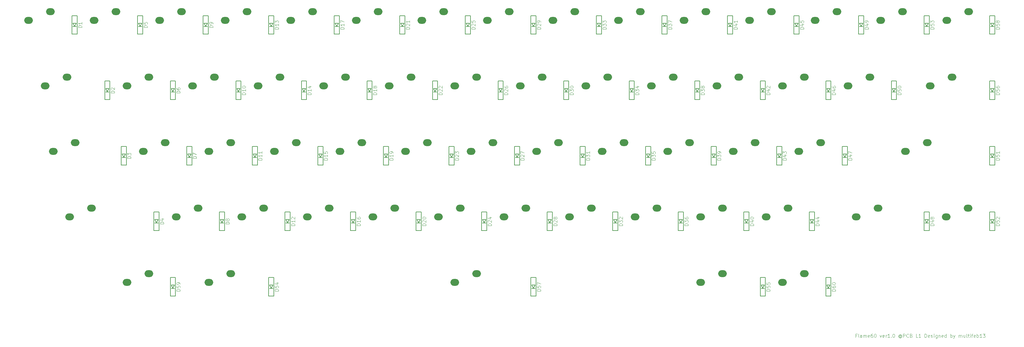
<source format=gbr>
G04 #@! TF.GenerationSoftware,KiCad,Pcbnew,(6.0.11)*
G04 #@! TF.CreationDate,2024-11-25T11:34:00+09:00*
G04 #@! TF.ProjectId,Flame60_PCB_Layer1,466c616d-6536-4305-9f50-43425f4c6179,rev?*
G04 #@! TF.SameCoordinates,Original*
G04 #@! TF.FileFunction,Legend,Top*
G04 #@! TF.FilePolarity,Positive*
%FSLAX46Y46*%
G04 Gerber Fmt 4.6, Leading zero omitted, Abs format (unit mm)*
G04 Created by KiCad (PCBNEW (6.0.11)) date 2024-11-25 11:34:00*
%MOMM*%
%LPD*%
G01*
G04 APERTURE LIST*
%ADD10C,0.125000*%
%ADD11C,0.150000*%
%ADD12O,2.500000X2.000000*%
G04 APERTURE END LIST*
D10*
X315442559Y-162928571D02*
X315109226Y-162928571D01*
X315109226Y-163452380D02*
X315109226Y-162452380D01*
X315585416Y-162452380D01*
X316109226Y-163452380D02*
X316013988Y-163404761D01*
X315966369Y-163309523D01*
X315966369Y-162452380D01*
X316918750Y-163452380D02*
X316918750Y-162928571D01*
X316871130Y-162833333D01*
X316775892Y-162785714D01*
X316585416Y-162785714D01*
X316490178Y-162833333D01*
X316918750Y-163404761D02*
X316823511Y-163452380D01*
X316585416Y-163452380D01*
X316490178Y-163404761D01*
X316442559Y-163309523D01*
X316442559Y-163214285D01*
X316490178Y-163119047D01*
X316585416Y-163071428D01*
X316823511Y-163071428D01*
X316918750Y-163023809D01*
X317394940Y-163452380D02*
X317394940Y-162785714D01*
X317394940Y-162880952D02*
X317442559Y-162833333D01*
X317537797Y-162785714D01*
X317680654Y-162785714D01*
X317775892Y-162833333D01*
X317823511Y-162928571D01*
X317823511Y-163452380D01*
X317823511Y-162928571D02*
X317871130Y-162833333D01*
X317966369Y-162785714D01*
X318109226Y-162785714D01*
X318204464Y-162833333D01*
X318252083Y-162928571D01*
X318252083Y-163452380D01*
X319109226Y-163404761D02*
X319013988Y-163452380D01*
X318823511Y-163452380D01*
X318728273Y-163404761D01*
X318680654Y-163309523D01*
X318680654Y-162928571D01*
X318728273Y-162833333D01*
X318823511Y-162785714D01*
X319013988Y-162785714D01*
X319109226Y-162833333D01*
X319156845Y-162928571D01*
X319156845Y-163023809D01*
X318680654Y-163119047D01*
X320013988Y-162452380D02*
X319823511Y-162452380D01*
X319728273Y-162500000D01*
X319680654Y-162547619D01*
X319585416Y-162690476D01*
X319537797Y-162880952D01*
X319537797Y-163261904D01*
X319585416Y-163357142D01*
X319633035Y-163404761D01*
X319728273Y-163452380D01*
X319918750Y-163452380D01*
X320013988Y-163404761D01*
X320061607Y-163357142D01*
X320109226Y-163261904D01*
X320109226Y-163023809D01*
X320061607Y-162928571D01*
X320013988Y-162880952D01*
X319918750Y-162833333D01*
X319728273Y-162833333D01*
X319633035Y-162880952D01*
X319585416Y-162928571D01*
X319537797Y-163023809D01*
X320728273Y-162452380D02*
X320823511Y-162452380D01*
X320918750Y-162500000D01*
X320966369Y-162547619D01*
X321013988Y-162642857D01*
X321061607Y-162833333D01*
X321061607Y-163071428D01*
X321013988Y-163261904D01*
X320966369Y-163357142D01*
X320918750Y-163404761D01*
X320823511Y-163452380D01*
X320728273Y-163452380D01*
X320633035Y-163404761D01*
X320585416Y-163357142D01*
X320537797Y-163261904D01*
X320490178Y-163071428D01*
X320490178Y-162833333D01*
X320537797Y-162642857D01*
X320585416Y-162547619D01*
X320633035Y-162500000D01*
X320728273Y-162452380D01*
X322156845Y-162785714D02*
X322394940Y-163452380D01*
X322633035Y-162785714D01*
X323394940Y-163404761D02*
X323299702Y-163452380D01*
X323109226Y-163452380D01*
X323013988Y-163404761D01*
X322966369Y-163309523D01*
X322966369Y-162928571D01*
X323013988Y-162833333D01*
X323109226Y-162785714D01*
X323299702Y-162785714D01*
X323394940Y-162833333D01*
X323442559Y-162928571D01*
X323442559Y-163023809D01*
X322966369Y-163119047D01*
X323871130Y-163452380D02*
X323871130Y-162785714D01*
X323871130Y-162976190D02*
X323918750Y-162880952D01*
X323966369Y-162833333D01*
X324061607Y-162785714D01*
X324156845Y-162785714D01*
X325013988Y-163452380D02*
X324442559Y-163452380D01*
X324728273Y-163452380D02*
X324728273Y-162452380D01*
X324633035Y-162595238D01*
X324537797Y-162690476D01*
X324442559Y-162738095D01*
X325442559Y-163357142D02*
X325490178Y-163404761D01*
X325442559Y-163452380D01*
X325394940Y-163404761D01*
X325442559Y-163357142D01*
X325442559Y-163452380D01*
X326109226Y-162452380D02*
X326204464Y-162452380D01*
X326299702Y-162500000D01*
X326347321Y-162547619D01*
X326394940Y-162642857D01*
X326442559Y-162833333D01*
X326442559Y-163071428D01*
X326394940Y-163261904D01*
X326347321Y-163357142D01*
X326299702Y-163404761D01*
X326204464Y-163452380D01*
X326109226Y-163452380D01*
X326013988Y-163404761D01*
X325966369Y-163357142D01*
X325918750Y-163261904D01*
X325871130Y-163071428D01*
X325871130Y-162833333D01*
X325918750Y-162642857D01*
X325966369Y-162547619D01*
X326013988Y-162500000D01*
X326109226Y-162452380D01*
X328252083Y-162976190D02*
X328204464Y-162928571D01*
X328109226Y-162880952D01*
X328013988Y-162880952D01*
X327918750Y-162928571D01*
X327871130Y-162976190D01*
X327823511Y-163071428D01*
X327823511Y-163166666D01*
X327871130Y-163261904D01*
X327918750Y-163309523D01*
X328013988Y-163357142D01*
X328109226Y-163357142D01*
X328204464Y-163309523D01*
X328252083Y-163261904D01*
X328252083Y-162880952D02*
X328252083Y-163261904D01*
X328299702Y-163309523D01*
X328347321Y-163309523D01*
X328442559Y-163261904D01*
X328490178Y-163166666D01*
X328490178Y-162928571D01*
X328394940Y-162785714D01*
X328252083Y-162690476D01*
X328061607Y-162642857D01*
X327871130Y-162690476D01*
X327728273Y-162785714D01*
X327633035Y-162928571D01*
X327585416Y-163119047D01*
X327633035Y-163309523D01*
X327728273Y-163452380D01*
X327871130Y-163547619D01*
X328061607Y-163595238D01*
X328252083Y-163547619D01*
X328394940Y-163452380D01*
X328918750Y-163452380D02*
X328918750Y-162452380D01*
X329299702Y-162452380D01*
X329394940Y-162500000D01*
X329442559Y-162547619D01*
X329490178Y-162642857D01*
X329490178Y-162785714D01*
X329442559Y-162880952D01*
X329394940Y-162928571D01*
X329299702Y-162976190D01*
X328918750Y-162976190D01*
X330490178Y-163357142D02*
X330442559Y-163404761D01*
X330299702Y-163452380D01*
X330204464Y-163452380D01*
X330061607Y-163404761D01*
X329966369Y-163309523D01*
X329918750Y-163214285D01*
X329871130Y-163023809D01*
X329871130Y-162880952D01*
X329918750Y-162690476D01*
X329966369Y-162595238D01*
X330061607Y-162500000D01*
X330204464Y-162452380D01*
X330299702Y-162452380D01*
X330442559Y-162500000D01*
X330490178Y-162547619D01*
X331252083Y-162928571D02*
X331394940Y-162976190D01*
X331442559Y-163023809D01*
X331490178Y-163119047D01*
X331490178Y-163261904D01*
X331442559Y-163357142D01*
X331394940Y-163404761D01*
X331299702Y-163452380D01*
X330918750Y-163452380D01*
X330918750Y-162452380D01*
X331252083Y-162452380D01*
X331347321Y-162500000D01*
X331394940Y-162547619D01*
X331442559Y-162642857D01*
X331442559Y-162738095D01*
X331394940Y-162833333D01*
X331347321Y-162880952D01*
X331252083Y-162928571D01*
X330918750Y-162928571D01*
X333156845Y-163452380D02*
X332680654Y-163452380D01*
X332680654Y-162452380D01*
X334013988Y-163452380D02*
X333442559Y-163452380D01*
X333728273Y-163452380D02*
X333728273Y-162452380D01*
X333633035Y-162595238D01*
X333537797Y-162690476D01*
X333442559Y-162738095D01*
X335204464Y-163452380D02*
X335204464Y-162452380D01*
X335442559Y-162452380D01*
X335585416Y-162500000D01*
X335680654Y-162595238D01*
X335728273Y-162690476D01*
X335775892Y-162880952D01*
X335775892Y-163023809D01*
X335728273Y-163214285D01*
X335680654Y-163309523D01*
X335585416Y-163404761D01*
X335442559Y-163452380D01*
X335204464Y-163452380D01*
X336585416Y-163404761D02*
X336490178Y-163452380D01*
X336299702Y-163452380D01*
X336204464Y-163404761D01*
X336156845Y-163309523D01*
X336156845Y-162928571D01*
X336204464Y-162833333D01*
X336299702Y-162785714D01*
X336490178Y-162785714D01*
X336585416Y-162833333D01*
X336633035Y-162928571D01*
X336633035Y-163023809D01*
X336156845Y-163119047D01*
X337013988Y-163404761D02*
X337109226Y-163452380D01*
X337299702Y-163452380D01*
X337394940Y-163404761D01*
X337442559Y-163309523D01*
X337442559Y-163261904D01*
X337394940Y-163166666D01*
X337299702Y-163119047D01*
X337156845Y-163119047D01*
X337061607Y-163071428D01*
X337013988Y-162976190D01*
X337013988Y-162928571D01*
X337061607Y-162833333D01*
X337156845Y-162785714D01*
X337299702Y-162785714D01*
X337394940Y-162833333D01*
X337871130Y-163452380D02*
X337871130Y-162785714D01*
X337871130Y-162452380D02*
X337823511Y-162500000D01*
X337871130Y-162547619D01*
X337918750Y-162500000D01*
X337871130Y-162452380D01*
X337871130Y-162547619D01*
X338775892Y-162785714D02*
X338775892Y-163595238D01*
X338728273Y-163690476D01*
X338680654Y-163738095D01*
X338585416Y-163785714D01*
X338442559Y-163785714D01*
X338347321Y-163738095D01*
X338775892Y-163404761D02*
X338680654Y-163452380D01*
X338490178Y-163452380D01*
X338394940Y-163404761D01*
X338347321Y-163357142D01*
X338299702Y-163261904D01*
X338299702Y-162976190D01*
X338347321Y-162880952D01*
X338394940Y-162833333D01*
X338490178Y-162785714D01*
X338680654Y-162785714D01*
X338775892Y-162833333D01*
X339252083Y-162785714D02*
X339252083Y-163452380D01*
X339252083Y-162880952D02*
X339299702Y-162833333D01*
X339394940Y-162785714D01*
X339537797Y-162785714D01*
X339633035Y-162833333D01*
X339680654Y-162928571D01*
X339680654Y-163452380D01*
X340537797Y-163404761D02*
X340442559Y-163452380D01*
X340252083Y-163452380D01*
X340156845Y-163404761D01*
X340109226Y-163309523D01*
X340109226Y-162928571D01*
X340156845Y-162833333D01*
X340252083Y-162785714D01*
X340442559Y-162785714D01*
X340537797Y-162833333D01*
X340585416Y-162928571D01*
X340585416Y-163023809D01*
X340109226Y-163119047D01*
X341442559Y-163452380D02*
X341442559Y-162452380D01*
X341442559Y-163404761D02*
X341347321Y-163452380D01*
X341156845Y-163452380D01*
X341061607Y-163404761D01*
X341013988Y-163357142D01*
X340966369Y-163261904D01*
X340966369Y-162976190D01*
X341013988Y-162880952D01*
X341061607Y-162833333D01*
X341156845Y-162785714D01*
X341347321Y-162785714D01*
X341442559Y-162833333D01*
X342680654Y-163452380D02*
X342680654Y-162452380D01*
X342680654Y-162833333D02*
X342775892Y-162785714D01*
X342966369Y-162785714D01*
X343061607Y-162833333D01*
X343109226Y-162880952D01*
X343156845Y-162976190D01*
X343156845Y-163261904D01*
X343109226Y-163357142D01*
X343061607Y-163404761D01*
X342966369Y-163452380D01*
X342775892Y-163452380D01*
X342680654Y-163404761D01*
X343490178Y-162785714D02*
X343728273Y-163452380D01*
X343966369Y-162785714D02*
X343728273Y-163452380D01*
X343633035Y-163690476D01*
X343585416Y-163738095D01*
X343490178Y-163785714D01*
X345109226Y-163452380D02*
X345109226Y-162785714D01*
X345109226Y-162880952D02*
X345156845Y-162833333D01*
X345252083Y-162785714D01*
X345394940Y-162785714D01*
X345490178Y-162833333D01*
X345537797Y-162928571D01*
X345537797Y-163452380D01*
X345537797Y-162928571D02*
X345585416Y-162833333D01*
X345680654Y-162785714D01*
X345823511Y-162785714D01*
X345918750Y-162833333D01*
X345966369Y-162928571D01*
X345966369Y-163452380D01*
X346871130Y-162785714D02*
X346871130Y-163452380D01*
X346442559Y-162785714D02*
X346442559Y-163309523D01*
X346490178Y-163404761D01*
X346585416Y-163452380D01*
X346728273Y-163452380D01*
X346823511Y-163404761D01*
X346871130Y-163357142D01*
X347490178Y-163452380D02*
X347394940Y-163404761D01*
X347347321Y-163309523D01*
X347347321Y-162452380D01*
X347728273Y-162785714D02*
X348109226Y-162785714D01*
X347871130Y-162452380D02*
X347871130Y-163309523D01*
X347918750Y-163404761D01*
X348013988Y-163452380D01*
X348109226Y-163452380D01*
X348442559Y-163452380D02*
X348442559Y-162785714D01*
X348442559Y-162452380D02*
X348394940Y-162500000D01*
X348442559Y-162547619D01*
X348490178Y-162500000D01*
X348442559Y-162452380D01*
X348442559Y-162547619D01*
X348775892Y-162785714D02*
X349156845Y-162785714D01*
X348918750Y-163452380D02*
X348918750Y-162595238D01*
X348966369Y-162500000D01*
X349061607Y-162452380D01*
X349156845Y-162452380D01*
X349871130Y-163404761D02*
X349775892Y-163452380D01*
X349585416Y-163452380D01*
X349490178Y-163404761D01*
X349442559Y-163309523D01*
X349442559Y-162928571D01*
X349490178Y-162833333D01*
X349585416Y-162785714D01*
X349775892Y-162785714D01*
X349871130Y-162833333D01*
X349918750Y-162928571D01*
X349918750Y-163023809D01*
X349442559Y-163119047D01*
X350347321Y-163452380D02*
X350347321Y-162452380D01*
X350347321Y-162833333D02*
X350442559Y-162785714D01*
X350633035Y-162785714D01*
X350728273Y-162833333D01*
X350775892Y-162880952D01*
X350823511Y-162976190D01*
X350823511Y-163261904D01*
X350775892Y-163357142D01*
X350728273Y-163404761D01*
X350633035Y-163452380D01*
X350442559Y-163452380D01*
X350347321Y-163404761D01*
X351775892Y-163452380D02*
X351204464Y-163452380D01*
X351490178Y-163452380D02*
X351490178Y-162452380D01*
X351394940Y-162595238D01*
X351299702Y-162690476D01*
X351204464Y-162738095D01*
X352109226Y-162452380D02*
X352728273Y-162452380D01*
X352394940Y-162833333D01*
X352537797Y-162833333D01*
X352633035Y-162880952D01*
X352680654Y-162928571D01*
X352728273Y-163023809D01*
X352728273Y-163261904D01*
X352680654Y-163357142D01*
X352633035Y-163404761D01*
X352537797Y-163452380D01*
X352252083Y-163452380D01*
X352156845Y-163404761D01*
X352109226Y-163357142D01*
X118763630Y-149964285D02*
X117763630Y-149964285D01*
X117763630Y-149726190D01*
X117811250Y-149583333D01*
X117906488Y-149488095D01*
X118001726Y-149440476D01*
X118192202Y-149392857D01*
X118335059Y-149392857D01*
X118525535Y-149440476D01*
X118620773Y-149488095D01*
X118716011Y-149583333D01*
X118763630Y-149726190D01*
X118763630Y-149964285D01*
X117763630Y-148488095D02*
X117763630Y-148964285D01*
X118239821Y-149011904D01*
X118192202Y-148964285D01*
X118144583Y-148869047D01*
X118144583Y-148630952D01*
X118192202Y-148535714D01*
X118239821Y-148488095D01*
X118335059Y-148440476D01*
X118573154Y-148440476D01*
X118668392Y-148488095D01*
X118716011Y-148535714D01*
X118763630Y-148630952D01*
X118763630Y-148869047D01*
X118716011Y-148964285D01*
X118668392Y-149011904D01*
X118763630Y-147964285D02*
X118763630Y-147773809D01*
X118716011Y-147678571D01*
X118668392Y-147630952D01*
X118525535Y-147535714D01*
X118335059Y-147488095D01*
X117954107Y-147488095D01*
X117858869Y-147535714D01*
X117811250Y-147583333D01*
X117763630Y-147678571D01*
X117763630Y-147869047D01*
X117811250Y-147964285D01*
X117858869Y-148011904D01*
X117954107Y-148059523D01*
X118192202Y-148059523D01*
X118287440Y-148011904D01*
X118335059Y-147964285D01*
X118382678Y-147869047D01*
X118382678Y-147678571D01*
X118335059Y-147583333D01*
X118287440Y-147535714D01*
X118192202Y-147488095D01*
X266401130Y-130914285D02*
X265401130Y-130914285D01*
X265401130Y-130676190D01*
X265448750Y-130533333D01*
X265543988Y-130438095D01*
X265639226Y-130390476D01*
X265829702Y-130342857D01*
X265972559Y-130342857D01*
X266163035Y-130390476D01*
X266258273Y-130438095D01*
X266353511Y-130533333D01*
X266401130Y-130676190D01*
X266401130Y-130914285D01*
X265401130Y-130009523D02*
X265401130Y-129390476D01*
X265782083Y-129723809D01*
X265782083Y-129580952D01*
X265829702Y-129485714D01*
X265877321Y-129438095D01*
X265972559Y-129390476D01*
X266210654Y-129390476D01*
X266305892Y-129438095D01*
X266353511Y-129485714D01*
X266401130Y-129580952D01*
X266401130Y-129866666D01*
X266353511Y-129961904D01*
X266305892Y-130009523D01*
X265401130Y-128533333D02*
X265401130Y-128723809D01*
X265448750Y-128819047D01*
X265496369Y-128866666D01*
X265639226Y-128961904D01*
X265829702Y-129009523D01*
X266210654Y-129009523D01*
X266305892Y-128961904D01*
X266353511Y-128914285D01*
X266401130Y-128819047D01*
X266401130Y-128628571D01*
X266353511Y-128533333D01*
X266305892Y-128485714D01*
X266210654Y-128438095D01*
X265972559Y-128438095D01*
X265877321Y-128485714D01*
X265829702Y-128533333D01*
X265782083Y-128628571D01*
X265782083Y-128819047D01*
X265829702Y-128914285D01*
X265877321Y-128961904D01*
X265972559Y-129009523D01*
X204488630Y-73783035D02*
X203488630Y-73783035D01*
X203488630Y-73544940D01*
X203536250Y-73402083D01*
X203631488Y-73306845D01*
X203726726Y-73259226D01*
X203917202Y-73211607D01*
X204060059Y-73211607D01*
X204250535Y-73259226D01*
X204345773Y-73306845D01*
X204441011Y-73402083D01*
X204488630Y-73544940D01*
X204488630Y-73783035D01*
X203583869Y-72830654D02*
X203536250Y-72783035D01*
X203488630Y-72687797D01*
X203488630Y-72449702D01*
X203536250Y-72354464D01*
X203583869Y-72306845D01*
X203679107Y-72259226D01*
X203774345Y-72259226D01*
X203917202Y-72306845D01*
X204488630Y-72878273D01*
X204488630Y-72259226D01*
X203488630Y-71354464D02*
X203488630Y-71830654D01*
X203964821Y-71878273D01*
X203917202Y-71830654D01*
X203869583Y-71735416D01*
X203869583Y-71497321D01*
X203917202Y-71402083D01*
X203964821Y-71354464D01*
X204060059Y-71306845D01*
X204298154Y-71306845D01*
X204393392Y-71354464D01*
X204441011Y-71402083D01*
X204488630Y-71497321D01*
X204488630Y-71735416D01*
X204441011Y-71830654D01*
X204393392Y-71878273D01*
X152101130Y-130914285D02*
X151101130Y-130914285D01*
X151101130Y-130676190D01*
X151148750Y-130533333D01*
X151243988Y-130438095D01*
X151339226Y-130390476D01*
X151529702Y-130342857D01*
X151672559Y-130342857D01*
X151863035Y-130390476D01*
X151958273Y-130438095D01*
X152053511Y-130533333D01*
X152101130Y-130676190D01*
X152101130Y-130914285D01*
X152101130Y-129390476D02*
X152101130Y-129961904D01*
X152101130Y-129676190D02*
X151101130Y-129676190D01*
X151243988Y-129771428D01*
X151339226Y-129866666D01*
X151386845Y-129961904D01*
X151196369Y-129009523D02*
X151148750Y-128961904D01*
X151101130Y-128866666D01*
X151101130Y-128628571D01*
X151148750Y-128533333D01*
X151196369Y-128485714D01*
X151291607Y-128438095D01*
X151386845Y-128438095D01*
X151529702Y-128485714D01*
X152101130Y-129057142D01*
X152101130Y-128438095D01*
X142576130Y-111864285D02*
X141576130Y-111864285D01*
X141576130Y-111626190D01*
X141623750Y-111483333D01*
X141718988Y-111388095D01*
X141814226Y-111340476D01*
X142004702Y-111292857D01*
X142147559Y-111292857D01*
X142338035Y-111340476D01*
X142433273Y-111388095D01*
X142528511Y-111483333D01*
X142576130Y-111626190D01*
X142576130Y-111864285D01*
X142576130Y-110340476D02*
X142576130Y-110911904D01*
X142576130Y-110626190D02*
X141576130Y-110626190D01*
X141718988Y-110721428D01*
X141814226Y-110816666D01*
X141861845Y-110911904D01*
X142576130Y-109388095D02*
X142576130Y-109959523D01*
X142576130Y-109673809D02*
X141576130Y-109673809D01*
X141718988Y-109769047D01*
X141814226Y-109864285D01*
X141861845Y-109959523D01*
X356888630Y-111864285D02*
X355888630Y-111864285D01*
X355888630Y-111626190D01*
X355936250Y-111483333D01*
X356031488Y-111388095D01*
X356126726Y-111340476D01*
X356317202Y-111292857D01*
X356460059Y-111292857D01*
X356650535Y-111340476D01*
X356745773Y-111388095D01*
X356841011Y-111483333D01*
X356888630Y-111626190D01*
X356888630Y-111864285D01*
X355888630Y-110388095D02*
X355888630Y-110864285D01*
X356364821Y-110911904D01*
X356317202Y-110864285D01*
X356269583Y-110769047D01*
X356269583Y-110530952D01*
X356317202Y-110435714D01*
X356364821Y-110388095D01*
X356460059Y-110340476D01*
X356698154Y-110340476D01*
X356793392Y-110388095D01*
X356841011Y-110435714D01*
X356888630Y-110530952D01*
X356888630Y-110769047D01*
X356841011Y-110864285D01*
X356793392Y-110911904D01*
X356888630Y-109388095D02*
X356888630Y-109959523D01*
X356888630Y-109673809D02*
X355888630Y-109673809D01*
X356031488Y-109769047D01*
X356126726Y-109864285D01*
X356174345Y-109959523D01*
X104476130Y-111388095D02*
X103476130Y-111388095D01*
X103476130Y-111150000D01*
X103523750Y-111007142D01*
X103618988Y-110911904D01*
X103714226Y-110864285D01*
X103904702Y-110816666D01*
X104047559Y-110816666D01*
X104238035Y-110864285D01*
X104333273Y-110911904D01*
X104428511Y-111007142D01*
X104476130Y-111150000D01*
X104476130Y-111388095D01*
X103476130Y-110483333D02*
X103476130Y-109864285D01*
X103857083Y-110197619D01*
X103857083Y-110054761D01*
X103904702Y-109959523D01*
X103952321Y-109911904D01*
X104047559Y-109864285D01*
X104285654Y-109864285D01*
X104380892Y-109911904D01*
X104428511Y-109959523D01*
X104476130Y-110054761D01*
X104476130Y-110340476D01*
X104428511Y-110435714D01*
X104380892Y-110483333D01*
X128288630Y-73306845D02*
X127288630Y-73306845D01*
X127288630Y-73068750D01*
X127336250Y-72925892D01*
X127431488Y-72830654D01*
X127526726Y-72783035D01*
X127717202Y-72735416D01*
X127860059Y-72735416D01*
X128050535Y-72783035D01*
X128145773Y-72830654D01*
X128241011Y-72925892D01*
X128288630Y-73068750D01*
X128288630Y-73306845D01*
X128288630Y-72259226D02*
X128288630Y-72068750D01*
X128241011Y-71973511D01*
X128193392Y-71925892D01*
X128050535Y-71830654D01*
X127860059Y-71783035D01*
X127479107Y-71783035D01*
X127383869Y-71830654D01*
X127336250Y-71878273D01*
X127288630Y-71973511D01*
X127288630Y-72163988D01*
X127336250Y-72259226D01*
X127383869Y-72306845D01*
X127479107Y-72354464D01*
X127717202Y-72354464D01*
X127812440Y-72306845D01*
X127860059Y-72259226D01*
X127907678Y-72163988D01*
X127907678Y-71973511D01*
X127860059Y-71878273D01*
X127812440Y-71830654D01*
X127717202Y-71783035D01*
X218776130Y-111864285D02*
X217776130Y-111864285D01*
X217776130Y-111626190D01*
X217823750Y-111483333D01*
X217918988Y-111388095D01*
X218014226Y-111340476D01*
X218204702Y-111292857D01*
X218347559Y-111292857D01*
X218538035Y-111340476D01*
X218633273Y-111388095D01*
X218728511Y-111483333D01*
X218776130Y-111626190D01*
X218776130Y-111864285D01*
X217871369Y-110911904D02*
X217823750Y-110864285D01*
X217776130Y-110769047D01*
X217776130Y-110530952D01*
X217823750Y-110435714D01*
X217871369Y-110388095D01*
X217966607Y-110340476D01*
X218061845Y-110340476D01*
X218204702Y-110388095D01*
X218776130Y-110959523D01*
X218776130Y-110340476D01*
X217776130Y-110007142D02*
X217776130Y-109340476D01*
X218776130Y-109769047D01*
X123526130Y-111388095D02*
X122526130Y-111388095D01*
X122526130Y-111150000D01*
X122573750Y-111007142D01*
X122668988Y-110911904D01*
X122764226Y-110864285D01*
X122954702Y-110816666D01*
X123097559Y-110816666D01*
X123288035Y-110864285D01*
X123383273Y-110911904D01*
X123478511Y-111007142D01*
X123526130Y-111150000D01*
X123526130Y-111388095D01*
X122526130Y-110483333D02*
X122526130Y-109816666D01*
X123526130Y-110245238D01*
X90188630Y-73306845D02*
X89188630Y-73306845D01*
X89188630Y-73068750D01*
X89236250Y-72925892D01*
X89331488Y-72830654D01*
X89426726Y-72783035D01*
X89617202Y-72735416D01*
X89760059Y-72735416D01*
X89950535Y-72783035D01*
X90045773Y-72830654D01*
X90141011Y-72925892D01*
X90188630Y-73068750D01*
X90188630Y-73306845D01*
X90188630Y-71783035D02*
X90188630Y-72354464D01*
X90188630Y-72068750D02*
X89188630Y-72068750D01*
X89331488Y-72163988D01*
X89426726Y-72259226D01*
X89474345Y-72354464D01*
X271163630Y-92814285D02*
X270163630Y-92814285D01*
X270163630Y-92576190D01*
X270211250Y-92433333D01*
X270306488Y-92338095D01*
X270401726Y-92290476D01*
X270592202Y-92242857D01*
X270735059Y-92242857D01*
X270925535Y-92290476D01*
X271020773Y-92338095D01*
X271116011Y-92433333D01*
X271163630Y-92576190D01*
X271163630Y-92814285D01*
X270163630Y-91909523D02*
X270163630Y-91290476D01*
X270544583Y-91623809D01*
X270544583Y-91480952D01*
X270592202Y-91385714D01*
X270639821Y-91338095D01*
X270735059Y-91290476D01*
X270973154Y-91290476D01*
X271068392Y-91338095D01*
X271116011Y-91385714D01*
X271163630Y-91480952D01*
X271163630Y-91766666D01*
X271116011Y-91861904D01*
X271068392Y-91909523D01*
X270592202Y-90719047D02*
X270544583Y-90814285D01*
X270496964Y-90861904D01*
X270401726Y-90909523D01*
X270354107Y-90909523D01*
X270258869Y-90861904D01*
X270211250Y-90814285D01*
X270163630Y-90719047D01*
X270163630Y-90528571D01*
X270211250Y-90433333D01*
X270258869Y-90385714D01*
X270354107Y-90338095D01*
X270401726Y-90338095D01*
X270496964Y-90385714D01*
X270544583Y-90433333D01*
X270592202Y-90528571D01*
X270592202Y-90719047D01*
X270639821Y-90814285D01*
X270687440Y-90861904D01*
X270782678Y-90909523D01*
X270973154Y-90909523D01*
X271068392Y-90861904D01*
X271116011Y-90814285D01*
X271163630Y-90719047D01*
X271163630Y-90528571D01*
X271116011Y-90433333D01*
X271068392Y-90385714D01*
X270973154Y-90338095D01*
X270782678Y-90338095D01*
X270687440Y-90385714D01*
X270639821Y-90433333D01*
X270592202Y-90528571D01*
X261638630Y-73783035D02*
X260638630Y-73783035D01*
X260638630Y-73544940D01*
X260686250Y-73402083D01*
X260781488Y-73306845D01*
X260876726Y-73259226D01*
X261067202Y-73211607D01*
X261210059Y-73211607D01*
X261400535Y-73259226D01*
X261495773Y-73306845D01*
X261591011Y-73402083D01*
X261638630Y-73544940D01*
X261638630Y-73783035D01*
X260638630Y-72878273D02*
X260638630Y-72259226D01*
X261019583Y-72592559D01*
X261019583Y-72449702D01*
X261067202Y-72354464D01*
X261114821Y-72306845D01*
X261210059Y-72259226D01*
X261448154Y-72259226D01*
X261543392Y-72306845D01*
X261591011Y-72354464D01*
X261638630Y-72449702D01*
X261638630Y-72735416D01*
X261591011Y-72830654D01*
X261543392Y-72878273D01*
X260638630Y-71925892D02*
X260638630Y-71259226D01*
X261638630Y-71687797D01*
X233063630Y-92814285D02*
X232063630Y-92814285D01*
X232063630Y-92576190D01*
X232111250Y-92433333D01*
X232206488Y-92338095D01*
X232301726Y-92290476D01*
X232492202Y-92242857D01*
X232635059Y-92242857D01*
X232825535Y-92290476D01*
X232920773Y-92338095D01*
X233016011Y-92433333D01*
X233063630Y-92576190D01*
X233063630Y-92814285D01*
X232063630Y-91909523D02*
X232063630Y-91290476D01*
X232444583Y-91623809D01*
X232444583Y-91480952D01*
X232492202Y-91385714D01*
X232539821Y-91338095D01*
X232635059Y-91290476D01*
X232873154Y-91290476D01*
X232968392Y-91338095D01*
X233016011Y-91385714D01*
X233063630Y-91480952D01*
X233063630Y-91766666D01*
X233016011Y-91861904D01*
X232968392Y-91909523D01*
X232063630Y-90671428D02*
X232063630Y-90576190D01*
X232111250Y-90480952D01*
X232158869Y-90433333D01*
X232254107Y-90385714D01*
X232444583Y-90338095D01*
X232682678Y-90338095D01*
X232873154Y-90385714D01*
X232968392Y-90433333D01*
X233016011Y-90480952D01*
X233063630Y-90576190D01*
X233063630Y-90671428D01*
X233016011Y-90766666D01*
X232968392Y-90814285D01*
X232873154Y-90861904D01*
X232682678Y-90909523D01*
X232444583Y-90909523D01*
X232254107Y-90861904D01*
X232158869Y-90814285D01*
X232111250Y-90766666D01*
X232063630Y-90671428D01*
X275926130Y-111864285D02*
X274926130Y-111864285D01*
X274926130Y-111626190D01*
X274973750Y-111483333D01*
X275068988Y-111388095D01*
X275164226Y-111340476D01*
X275354702Y-111292857D01*
X275497559Y-111292857D01*
X275688035Y-111340476D01*
X275783273Y-111388095D01*
X275878511Y-111483333D01*
X275926130Y-111626190D01*
X275926130Y-111864285D01*
X274926130Y-110959523D02*
X274926130Y-110340476D01*
X275307083Y-110673809D01*
X275307083Y-110530952D01*
X275354702Y-110435714D01*
X275402321Y-110388095D01*
X275497559Y-110340476D01*
X275735654Y-110340476D01*
X275830892Y-110388095D01*
X275878511Y-110435714D01*
X275926130Y-110530952D01*
X275926130Y-110816666D01*
X275878511Y-110911904D01*
X275830892Y-110959523D01*
X275926130Y-109864285D02*
X275926130Y-109673809D01*
X275878511Y-109578571D01*
X275830892Y-109530952D01*
X275688035Y-109435714D01*
X275497559Y-109388095D01*
X275116607Y-109388095D01*
X275021369Y-109435714D01*
X274973750Y-109483333D01*
X274926130Y-109578571D01*
X274926130Y-109769047D01*
X274973750Y-109864285D01*
X275021369Y-109911904D01*
X275116607Y-109959523D01*
X275354702Y-109959523D01*
X275449940Y-109911904D01*
X275497559Y-109864285D01*
X275545178Y-109769047D01*
X275545178Y-109578571D01*
X275497559Y-109483333D01*
X275449940Y-109435714D01*
X275354702Y-109388095D01*
X118763630Y-92338095D02*
X117763630Y-92338095D01*
X117763630Y-92100000D01*
X117811250Y-91957142D01*
X117906488Y-91861904D01*
X118001726Y-91814285D01*
X118192202Y-91766666D01*
X118335059Y-91766666D01*
X118525535Y-91814285D01*
X118620773Y-91861904D01*
X118716011Y-91957142D01*
X118763630Y-92100000D01*
X118763630Y-92338095D01*
X117763630Y-90909523D02*
X117763630Y-91100000D01*
X117811250Y-91195238D01*
X117858869Y-91242857D01*
X118001726Y-91338095D01*
X118192202Y-91385714D01*
X118573154Y-91385714D01*
X118668392Y-91338095D01*
X118716011Y-91290476D01*
X118763630Y-91195238D01*
X118763630Y-91004761D01*
X118716011Y-90909523D01*
X118668392Y-90861904D01*
X118573154Y-90814285D01*
X118335059Y-90814285D01*
X118239821Y-90861904D01*
X118192202Y-90909523D01*
X118144583Y-91004761D01*
X118144583Y-91195238D01*
X118192202Y-91290476D01*
X118239821Y-91338095D01*
X118335059Y-91385714D01*
X252113630Y-92814285D02*
X251113630Y-92814285D01*
X251113630Y-92576190D01*
X251161250Y-92433333D01*
X251256488Y-92338095D01*
X251351726Y-92290476D01*
X251542202Y-92242857D01*
X251685059Y-92242857D01*
X251875535Y-92290476D01*
X251970773Y-92338095D01*
X252066011Y-92433333D01*
X252113630Y-92576190D01*
X252113630Y-92814285D01*
X251113630Y-91909523D02*
X251113630Y-91290476D01*
X251494583Y-91623809D01*
X251494583Y-91480952D01*
X251542202Y-91385714D01*
X251589821Y-91338095D01*
X251685059Y-91290476D01*
X251923154Y-91290476D01*
X252018392Y-91338095D01*
X252066011Y-91385714D01*
X252113630Y-91480952D01*
X252113630Y-91766666D01*
X252066011Y-91861904D01*
X252018392Y-91909523D01*
X251446964Y-90433333D02*
X252113630Y-90433333D01*
X251066011Y-90671428D02*
X251780297Y-90909523D01*
X251780297Y-90290476D01*
X356888630Y-73783035D02*
X355888630Y-73783035D01*
X355888630Y-73544940D01*
X355936250Y-73402083D01*
X356031488Y-73306845D01*
X356126726Y-73259226D01*
X356317202Y-73211607D01*
X356460059Y-73211607D01*
X356650535Y-73259226D01*
X356745773Y-73306845D01*
X356841011Y-73402083D01*
X356888630Y-73544940D01*
X356888630Y-73783035D01*
X355888630Y-72306845D02*
X355888630Y-72783035D01*
X356364821Y-72830654D01*
X356317202Y-72783035D01*
X356269583Y-72687797D01*
X356269583Y-72449702D01*
X356317202Y-72354464D01*
X356364821Y-72306845D01*
X356460059Y-72259226D01*
X356698154Y-72259226D01*
X356793392Y-72306845D01*
X356841011Y-72354464D01*
X356888630Y-72449702D01*
X356888630Y-72687797D01*
X356841011Y-72783035D01*
X356793392Y-72830654D01*
X356317202Y-71687797D02*
X356269583Y-71783035D01*
X356221964Y-71830654D01*
X356126726Y-71878273D01*
X356079107Y-71878273D01*
X355983869Y-71830654D01*
X355936250Y-71783035D01*
X355888630Y-71687797D01*
X355888630Y-71497321D01*
X355936250Y-71402083D01*
X355983869Y-71354464D01*
X356079107Y-71306845D01*
X356126726Y-71306845D01*
X356221964Y-71354464D01*
X356269583Y-71402083D01*
X356317202Y-71497321D01*
X356317202Y-71687797D01*
X356364821Y-71783035D01*
X356412440Y-71830654D01*
X356507678Y-71878273D01*
X356698154Y-71878273D01*
X356793392Y-71830654D01*
X356841011Y-71783035D01*
X356888630Y-71687797D01*
X356888630Y-71497321D01*
X356841011Y-71402083D01*
X356793392Y-71354464D01*
X356698154Y-71306845D01*
X356507678Y-71306845D01*
X356412440Y-71354464D01*
X356364821Y-71402083D01*
X356317202Y-71497321D01*
X156863630Y-92814285D02*
X155863630Y-92814285D01*
X155863630Y-92576190D01*
X155911250Y-92433333D01*
X156006488Y-92338095D01*
X156101726Y-92290476D01*
X156292202Y-92242857D01*
X156435059Y-92242857D01*
X156625535Y-92290476D01*
X156720773Y-92338095D01*
X156816011Y-92433333D01*
X156863630Y-92576190D01*
X156863630Y-92814285D01*
X156863630Y-91290476D02*
X156863630Y-91861904D01*
X156863630Y-91576190D02*
X155863630Y-91576190D01*
X156006488Y-91671428D01*
X156101726Y-91766666D01*
X156149345Y-91861904D01*
X156196964Y-90433333D02*
X156863630Y-90433333D01*
X155816011Y-90671428D02*
X156530297Y-90909523D01*
X156530297Y-90290476D01*
X309263630Y-149964285D02*
X308263630Y-149964285D01*
X308263630Y-149726190D01*
X308311250Y-149583333D01*
X308406488Y-149488095D01*
X308501726Y-149440476D01*
X308692202Y-149392857D01*
X308835059Y-149392857D01*
X309025535Y-149440476D01*
X309120773Y-149488095D01*
X309216011Y-149583333D01*
X309263630Y-149726190D01*
X309263630Y-149964285D01*
X308263630Y-148535714D02*
X308263630Y-148726190D01*
X308311250Y-148821428D01*
X308358869Y-148869047D01*
X308501726Y-148964285D01*
X308692202Y-149011904D01*
X309073154Y-149011904D01*
X309168392Y-148964285D01*
X309216011Y-148916666D01*
X309263630Y-148821428D01*
X309263630Y-148630952D01*
X309216011Y-148535714D01*
X309168392Y-148488095D01*
X309073154Y-148440476D01*
X308835059Y-148440476D01*
X308739821Y-148488095D01*
X308692202Y-148535714D01*
X308644583Y-148630952D01*
X308644583Y-148821428D01*
X308692202Y-148916666D01*
X308739821Y-148964285D01*
X308835059Y-149011904D01*
X308263630Y-147821428D02*
X308263630Y-147726190D01*
X308311250Y-147630952D01*
X308358869Y-147583333D01*
X308454107Y-147535714D01*
X308644583Y-147488095D01*
X308882678Y-147488095D01*
X309073154Y-147535714D01*
X309168392Y-147583333D01*
X309216011Y-147630952D01*
X309263630Y-147726190D01*
X309263630Y-147821428D01*
X309216011Y-147916666D01*
X309168392Y-147964285D01*
X309073154Y-148011904D01*
X308882678Y-148059523D01*
X308644583Y-148059523D01*
X308454107Y-148011904D01*
X308358869Y-147964285D01*
X308311250Y-147916666D01*
X308263630Y-147821428D01*
X194963630Y-92814285D02*
X193963630Y-92814285D01*
X193963630Y-92576190D01*
X194011250Y-92433333D01*
X194106488Y-92338095D01*
X194201726Y-92290476D01*
X194392202Y-92242857D01*
X194535059Y-92242857D01*
X194725535Y-92290476D01*
X194820773Y-92338095D01*
X194916011Y-92433333D01*
X194963630Y-92576190D01*
X194963630Y-92814285D01*
X194058869Y-91861904D02*
X194011250Y-91814285D01*
X193963630Y-91719047D01*
X193963630Y-91480952D01*
X194011250Y-91385714D01*
X194058869Y-91338095D01*
X194154107Y-91290476D01*
X194249345Y-91290476D01*
X194392202Y-91338095D01*
X194963630Y-91909523D01*
X194963630Y-91290476D01*
X194058869Y-90909523D02*
X194011250Y-90861904D01*
X193963630Y-90766666D01*
X193963630Y-90528571D01*
X194011250Y-90433333D01*
X194058869Y-90385714D01*
X194154107Y-90338095D01*
X194249345Y-90338095D01*
X194392202Y-90385714D01*
X194963630Y-90957142D01*
X194963630Y-90338095D01*
X237826130Y-111864285D02*
X236826130Y-111864285D01*
X236826130Y-111626190D01*
X236873750Y-111483333D01*
X236968988Y-111388095D01*
X237064226Y-111340476D01*
X237254702Y-111292857D01*
X237397559Y-111292857D01*
X237588035Y-111340476D01*
X237683273Y-111388095D01*
X237778511Y-111483333D01*
X237826130Y-111626190D01*
X237826130Y-111864285D01*
X236826130Y-110959523D02*
X236826130Y-110340476D01*
X237207083Y-110673809D01*
X237207083Y-110530952D01*
X237254702Y-110435714D01*
X237302321Y-110388095D01*
X237397559Y-110340476D01*
X237635654Y-110340476D01*
X237730892Y-110388095D01*
X237778511Y-110435714D01*
X237826130Y-110530952D01*
X237826130Y-110816666D01*
X237778511Y-110911904D01*
X237730892Y-110959523D01*
X237826130Y-109388095D02*
X237826130Y-109959523D01*
X237826130Y-109673809D02*
X236826130Y-109673809D01*
X236968988Y-109769047D01*
X237064226Y-109864285D01*
X237111845Y-109959523D01*
X328313630Y-92814285D02*
X327313630Y-92814285D01*
X327313630Y-92576190D01*
X327361250Y-92433333D01*
X327456488Y-92338095D01*
X327551726Y-92290476D01*
X327742202Y-92242857D01*
X327885059Y-92242857D01*
X328075535Y-92290476D01*
X328170773Y-92338095D01*
X328266011Y-92433333D01*
X328313630Y-92576190D01*
X328313630Y-92814285D01*
X327313630Y-91338095D02*
X327313630Y-91814285D01*
X327789821Y-91861904D01*
X327742202Y-91814285D01*
X327694583Y-91719047D01*
X327694583Y-91480952D01*
X327742202Y-91385714D01*
X327789821Y-91338095D01*
X327885059Y-91290476D01*
X328123154Y-91290476D01*
X328218392Y-91338095D01*
X328266011Y-91385714D01*
X328313630Y-91480952D01*
X328313630Y-91719047D01*
X328266011Y-91814285D01*
X328218392Y-91861904D01*
X327313630Y-90671428D02*
X327313630Y-90576190D01*
X327361250Y-90480952D01*
X327408869Y-90433333D01*
X327504107Y-90385714D01*
X327694583Y-90338095D01*
X327932678Y-90338095D01*
X328123154Y-90385714D01*
X328218392Y-90433333D01*
X328266011Y-90480952D01*
X328313630Y-90576190D01*
X328313630Y-90671428D01*
X328266011Y-90766666D01*
X328218392Y-90814285D01*
X328123154Y-90861904D01*
X327932678Y-90909523D01*
X327694583Y-90909523D01*
X327504107Y-90861904D01*
X327408869Y-90814285D01*
X327361250Y-90766666D01*
X327313630Y-90671428D01*
X190201130Y-130914285D02*
X189201130Y-130914285D01*
X189201130Y-130676190D01*
X189248750Y-130533333D01*
X189343988Y-130438095D01*
X189439226Y-130390476D01*
X189629702Y-130342857D01*
X189772559Y-130342857D01*
X189963035Y-130390476D01*
X190058273Y-130438095D01*
X190153511Y-130533333D01*
X190201130Y-130676190D01*
X190201130Y-130914285D01*
X189296369Y-129961904D02*
X189248750Y-129914285D01*
X189201130Y-129819047D01*
X189201130Y-129580952D01*
X189248750Y-129485714D01*
X189296369Y-129438095D01*
X189391607Y-129390476D01*
X189486845Y-129390476D01*
X189629702Y-129438095D01*
X190201130Y-130009523D01*
X190201130Y-129390476D01*
X189201130Y-128771428D02*
X189201130Y-128676190D01*
X189248750Y-128580952D01*
X189296369Y-128533333D01*
X189391607Y-128485714D01*
X189582083Y-128438095D01*
X189820178Y-128438095D01*
X190010654Y-128485714D01*
X190105892Y-128533333D01*
X190153511Y-128580952D01*
X190201130Y-128676190D01*
X190201130Y-128771428D01*
X190153511Y-128866666D01*
X190105892Y-128914285D01*
X190010654Y-128961904D01*
X189820178Y-129009523D01*
X189582083Y-129009523D01*
X189391607Y-128961904D01*
X189296369Y-128914285D01*
X189248750Y-128866666D01*
X189201130Y-128771428D01*
X199726130Y-111864285D02*
X198726130Y-111864285D01*
X198726130Y-111626190D01*
X198773750Y-111483333D01*
X198868988Y-111388095D01*
X198964226Y-111340476D01*
X199154702Y-111292857D01*
X199297559Y-111292857D01*
X199488035Y-111340476D01*
X199583273Y-111388095D01*
X199678511Y-111483333D01*
X199726130Y-111626190D01*
X199726130Y-111864285D01*
X198821369Y-110911904D02*
X198773750Y-110864285D01*
X198726130Y-110769047D01*
X198726130Y-110530952D01*
X198773750Y-110435714D01*
X198821369Y-110388095D01*
X198916607Y-110340476D01*
X199011845Y-110340476D01*
X199154702Y-110388095D01*
X199726130Y-110959523D01*
X199726130Y-110340476D01*
X198726130Y-110007142D02*
X198726130Y-109388095D01*
X199107083Y-109721428D01*
X199107083Y-109578571D01*
X199154702Y-109483333D01*
X199202321Y-109435714D01*
X199297559Y-109388095D01*
X199535654Y-109388095D01*
X199630892Y-109435714D01*
X199678511Y-109483333D01*
X199726130Y-109578571D01*
X199726130Y-109864285D01*
X199678511Y-109959523D01*
X199630892Y-110007142D01*
X133051130Y-130438095D02*
X132051130Y-130438095D01*
X132051130Y-130200000D01*
X132098750Y-130057142D01*
X132193988Y-129961904D01*
X132289226Y-129914285D01*
X132479702Y-129866666D01*
X132622559Y-129866666D01*
X132813035Y-129914285D01*
X132908273Y-129961904D01*
X133003511Y-130057142D01*
X133051130Y-130200000D01*
X133051130Y-130438095D01*
X132479702Y-129295238D02*
X132432083Y-129390476D01*
X132384464Y-129438095D01*
X132289226Y-129485714D01*
X132241607Y-129485714D01*
X132146369Y-129438095D01*
X132098750Y-129390476D01*
X132051130Y-129295238D01*
X132051130Y-129104761D01*
X132098750Y-129009523D01*
X132146369Y-128961904D01*
X132241607Y-128914285D01*
X132289226Y-128914285D01*
X132384464Y-128961904D01*
X132432083Y-129009523D01*
X132479702Y-129104761D01*
X132479702Y-129295238D01*
X132527321Y-129390476D01*
X132574940Y-129438095D01*
X132670178Y-129485714D01*
X132860654Y-129485714D01*
X132955892Y-129438095D01*
X133003511Y-129390476D01*
X133051130Y-129295238D01*
X133051130Y-129104761D01*
X133003511Y-129009523D01*
X132955892Y-128961904D01*
X132860654Y-128914285D01*
X132670178Y-128914285D01*
X132574940Y-128961904D01*
X132527321Y-129009523D01*
X132479702Y-129104761D01*
X280688630Y-73783035D02*
X279688630Y-73783035D01*
X279688630Y-73544940D01*
X279736250Y-73402083D01*
X279831488Y-73306845D01*
X279926726Y-73259226D01*
X280117202Y-73211607D01*
X280260059Y-73211607D01*
X280450535Y-73259226D01*
X280545773Y-73306845D01*
X280641011Y-73402083D01*
X280688630Y-73544940D01*
X280688630Y-73783035D01*
X280021964Y-72354464D02*
X280688630Y-72354464D01*
X279641011Y-72592559D02*
X280355297Y-72830654D01*
X280355297Y-72211607D01*
X280688630Y-71306845D02*
X280688630Y-71878273D01*
X280688630Y-71592559D02*
X279688630Y-71592559D01*
X279831488Y-71687797D01*
X279926726Y-71783035D01*
X279974345Y-71878273D01*
X290213630Y-92814285D02*
X289213630Y-92814285D01*
X289213630Y-92576190D01*
X289261250Y-92433333D01*
X289356488Y-92338095D01*
X289451726Y-92290476D01*
X289642202Y-92242857D01*
X289785059Y-92242857D01*
X289975535Y-92290476D01*
X290070773Y-92338095D01*
X290166011Y-92433333D01*
X290213630Y-92576190D01*
X290213630Y-92814285D01*
X289546964Y-91385714D02*
X290213630Y-91385714D01*
X289166011Y-91623809D02*
X289880297Y-91861904D01*
X289880297Y-91242857D01*
X289308869Y-90909523D02*
X289261250Y-90861904D01*
X289213630Y-90766666D01*
X289213630Y-90528571D01*
X289261250Y-90433333D01*
X289308869Y-90385714D01*
X289404107Y-90338095D01*
X289499345Y-90338095D01*
X289642202Y-90385714D01*
X290213630Y-90957142D01*
X290213630Y-90338095D01*
X256876130Y-111864285D02*
X255876130Y-111864285D01*
X255876130Y-111626190D01*
X255923750Y-111483333D01*
X256018988Y-111388095D01*
X256114226Y-111340476D01*
X256304702Y-111292857D01*
X256447559Y-111292857D01*
X256638035Y-111340476D01*
X256733273Y-111388095D01*
X256828511Y-111483333D01*
X256876130Y-111626190D01*
X256876130Y-111864285D01*
X255876130Y-110959523D02*
X255876130Y-110340476D01*
X256257083Y-110673809D01*
X256257083Y-110530952D01*
X256304702Y-110435714D01*
X256352321Y-110388095D01*
X256447559Y-110340476D01*
X256685654Y-110340476D01*
X256780892Y-110388095D01*
X256828511Y-110435714D01*
X256876130Y-110530952D01*
X256876130Y-110816666D01*
X256828511Y-110911904D01*
X256780892Y-110959523D01*
X255876130Y-109435714D02*
X255876130Y-109911904D01*
X256352321Y-109959523D01*
X256304702Y-109911904D01*
X256257083Y-109816666D01*
X256257083Y-109578571D01*
X256304702Y-109483333D01*
X256352321Y-109435714D01*
X256447559Y-109388095D01*
X256685654Y-109388095D01*
X256780892Y-109435714D01*
X256828511Y-109483333D01*
X256876130Y-109578571D01*
X256876130Y-109816666D01*
X256828511Y-109911904D01*
X256780892Y-109959523D01*
X356888630Y-92814285D02*
X355888630Y-92814285D01*
X355888630Y-92576190D01*
X355936250Y-92433333D01*
X356031488Y-92338095D01*
X356126726Y-92290476D01*
X356317202Y-92242857D01*
X356460059Y-92242857D01*
X356650535Y-92290476D01*
X356745773Y-92338095D01*
X356841011Y-92433333D01*
X356888630Y-92576190D01*
X356888630Y-92814285D01*
X355888630Y-91338095D02*
X355888630Y-91814285D01*
X356364821Y-91861904D01*
X356317202Y-91814285D01*
X356269583Y-91719047D01*
X356269583Y-91480952D01*
X356317202Y-91385714D01*
X356364821Y-91338095D01*
X356460059Y-91290476D01*
X356698154Y-91290476D01*
X356793392Y-91338095D01*
X356841011Y-91385714D01*
X356888630Y-91480952D01*
X356888630Y-91719047D01*
X356841011Y-91814285D01*
X356793392Y-91861904D01*
X355888630Y-90433333D02*
X355888630Y-90623809D01*
X355936250Y-90719047D01*
X355983869Y-90766666D01*
X356126726Y-90861904D01*
X356317202Y-90909523D01*
X356698154Y-90909523D01*
X356793392Y-90861904D01*
X356841011Y-90814285D01*
X356888630Y-90719047D01*
X356888630Y-90528571D01*
X356841011Y-90433333D01*
X356793392Y-90385714D01*
X356698154Y-90338095D01*
X356460059Y-90338095D01*
X356364821Y-90385714D01*
X356317202Y-90433333D01*
X356269583Y-90528571D01*
X356269583Y-90719047D01*
X356317202Y-90814285D01*
X356364821Y-90861904D01*
X356460059Y-90909523D01*
X175913630Y-92814285D02*
X174913630Y-92814285D01*
X174913630Y-92576190D01*
X174961250Y-92433333D01*
X175056488Y-92338095D01*
X175151726Y-92290476D01*
X175342202Y-92242857D01*
X175485059Y-92242857D01*
X175675535Y-92290476D01*
X175770773Y-92338095D01*
X175866011Y-92433333D01*
X175913630Y-92576190D01*
X175913630Y-92814285D01*
X175913630Y-91290476D02*
X175913630Y-91861904D01*
X175913630Y-91576190D02*
X174913630Y-91576190D01*
X175056488Y-91671428D01*
X175151726Y-91766666D01*
X175199345Y-91861904D01*
X175342202Y-90719047D02*
X175294583Y-90814285D01*
X175246964Y-90861904D01*
X175151726Y-90909523D01*
X175104107Y-90909523D01*
X175008869Y-90861904D01*
X174961250Y-90814285D01*
X174913630Y-90719047D01*
X174913630Y-90528571D01*
X174961250Y-90433333D01*
X175008869Y-90385714D01*
X175104107Y-90338095D01*
X175151726Y-90338095D01*
X175246964Y-90385714D01*
X175294583Y-90433333D01*
X175342202Y-90528571D01*
X175342202Y-90719047D01*
X175389821Y-90814285D01*
X175437440Y-90861904D01*
X175532678Y-90909523D01*
X175723154Y-90909523D01*
X175818392Y-90861904D01*
X175866011Y-90814285D01*
X175913630Y-90719047D01*
X175913630Y-90528571D01*
X175866011Y-90433333D01*
X175818392Y-90385714D01*
X175723154Y-90338095D01*
X175532678Y-90338095D01*
X175437440Y-90385714D01*
X175389821Y-90433333D01*
X175342202Y-90528571D01*
X180676130Y-111864285D02*
X179676130Y-111864285D01*
X179676130Y-111626190D01*
X179723750Y-111483333D01*
X179818988Y-111388095D01*
X179914226Y-111340476D01*
X180104702Y-111292857D01*
X180247559Y-111292857D01*
X180438035Y-111340476D01*
X180533273Y-111388095D01*
X180628511Y-111483333D01*
X180676130Y-111626190D01*
X180676130Y-111864285D01*
X180676130Y-110340476D02*
X180676130Y-110911904D01*
X180676130Y-110626190D02*
X179676130Y-110626190D01*
X179818988Y-110721428D01*
X179914226Y-110816666D01*
X179961845Y-110911904D01*
X180676130Y-109864285D02*
X180676130Y-109673809D01*
X180628511Y-109578571D01*
X180580892Y-109530952D01*
X180438035Y-109435714D01*
X180247559Y-109388095D01*
X179866607Y-109388095D01*
X179771369Y-109435714D01*
X179723750Y-109483333D01*
X179676130Y-109578571D01*
X179676130Y-109769047D01*
X179723750Y-109864285D01*
X179771369Y-109911904D01*
X179866607Y-109959523D01*
X180104702Y-109959523D01*
X180199940Y-109911904D01*
X180247559Y-109864285D01*
X180295178Y-109769047D01*
X180295178Y-109578571D01*
X180247559Y-109483333D01*
X180199940Y-109435714D01*
X180104702Y-109388095D01*
X309263630Y-92814285D02*
X308263630Y-92814285D01*
X308263630Y-92576190D01*
X308311250Y-92433333D01*
X308406488Y-92338095D01*
X308501726Y-92290476D01*
X308692202Y-92242857D01*
X308835059Y-92242857D01*
X309025535Y-92290476D01*
X309120773Y-92338095D01*
X309216011Y-92433333D01*
X309263630Y-92576190D01*
X309263630Y-92814285D01*
X308596964Y-91385714D02*
X309263630Y-91385714D01*
X308216011Y-91623809D02*
X308930297Y-91861904D01*
X308930297Y-91242857D01*
X308263630Y-90433333D02*
X308263630Y-90623809D01*
X308311250Y-90719047D01*
X308358869Y-90766666D01*
X308501726Y-90861904D01*
X308692202Y-90909523D01*
X309073154Y-90909523D01*
X309168392Y-90861904D01*
X309216011Y-90814285D01*
X309263630Y-90719047D01*
X309263630Y-90528571D01*
X309216011Y-90433333D01*
X309168392Y-90385714D01*
X309073154Y-90338095D01*
X308835059Y-90338095D01*
X308739821Y-90385714D01*
X308692202Y-90433333D01*
X308644583Y-90528571D01*
X308644583Y-90719047D01*
X308692202Y-90814285D01*
X308739821Y-90861904D01*
X308835059Y-90909523D01*
X337838630Y-73783035D02*
X336838630Y-73783035D01*
X336838630Y-73544940D01*
X336886250Y-73402083D01*
X336981488Y-73306845D01*
X337076726Y-73259226D01*
X337267202Y-73211607D01*
X337410059Y-73211607D01*
X337600535Y-73259226D01*
X337695773Y-73306845D01*
X337791011Y-73402083D01*
X337838630Y-73544940D01*
X337838630Y-73783035D01*
X336838630Y-72306845D02*
X336838630Y-72783035D01*
X337314821Y-72830654D01*
X337267202Y-72783035D01*
X337219583Y-72687797D01*
X337219583Y-72449702D01*
X337267202Y-72354464D01*
X337314821Y-72306845D01*
X337410059Y-72259226D01*
X337648154Y-72259226D01*
X337743392Y-72306845D01*
X337791011Y-72354464D01*
X337838630Y-72449702D01*
X337838630Y-72687797D01*
X337791011Y-72783035D01*
X337743392Y-72830654D01*
X336838630Y-71925892D02*
X336838630Y-71306845D01*
X337219583Y-71640178D01*
X337219583Y-71497321D01*
X337267202Y-71402083D01*
X337314821Y-71354464D01*
X337410059Y-71306845D01*
X337648154Y-71306845D01*
X337743392Y-71354464D01*
X337791011Y-71402083D01*
X337838630Y-71497321D01*
X337838630Y-71783035D01*
X337791011Y-71878273D01*
X337743392Y-71925892D01*
X166388630Y-73783035D02*
X165388630Y-73783035D01*
X165388630Y-73544940D01*
X165436250Y-73402083D01*
X165531488Y-73306845D01*
X165626726Y-73259226D01*
X165817202Y-73211607D01*
X165960059Y-73211607D01*
X166150535Y-73259226D01*
X166245773Y-73306845D01*
X166341011Y-73402083D01*
X166388630Y-73544940D01*
X166388630Y-73783035D01*
X166388630Y-72259226D02*
X166388630Y-72830654D01*
X166388630Y-72544940D02*
X165388630Y-72544940D01*
X165531488Y-72640178D01*
X165626726Y-72735416D01*
X165674345Y-72830654D01*
X165388630Y-71925892D02*
X165388630Y-71259226D01*
X166388630Y-71687797D01*
X299988630Y-73783035D02*
X298988630Y-73783035D01*
X298988630Y-73544940D01*
X299036250Y-73402083D01*
X299131488Y-73306845D01*
X299226726Y-73259226D01*
X299417202Y-73211607D01*
X299560059Y-73211607D01*
X299750535Y-73259226D01*
X299845773Y-73306845D01*
X299941011Y-73402083D01*
X299988630Y-73544940D01*
X299988630Y-73783035D01*
X299321964Y-72354464D02*
X299988630Y-72354464D01*
X298941011Y-72592559D02*
X299655297Y-72830654D01*
X299655297Y-72211607D01*
X298988630Y-71354464D02*
X298988630Y-71830654D01*
X299464821Y-71878273D01*
X299417202Y-71830654D01*
X299369583Y-71735416D01*
X299369583Y-71497321D01*
X299417202Y-71402083D01*
X299464821Y-71354464D01*
X299560059Y-71306845D01*
X299798154Y-71306845D01*
X299893392Y-71354464D01*
X299941011Y-71402083D01*
X299988630Y-71497321D01*
X299988630Y-71735416D01*
X299941011Y-71830654D01*
X299893392Y-71878273D01*
X242588630Y-73783035D02*
X241588630Y-73783035D01*
X241588630Y-73544940D01*
X241636250Y-73402083D01*
X241731488Y-73306845D01*
X241826726Y-73259226D01*
X242017202Y-73211607D01*
X242160059Y-73211607D01*
X242350535Y-73259226D01*
X242445773Y-73306845D01*
X242541011Y-73402083D01*
X242588630Y-73544940D01*
X242588630Y-73783035D01*
X241588630Y-72878273D02*
X241588630Y-72259226D01*
X241969583Y-72592559D01*
X241969583Y-72449702D01*
X242017202Y-72354464D01*
X242064821Y-72306845D01*
X242160059Y-72259226D01*
X242398154Y-72259226D01*
X242493392Y-72306845D01*
X242541011Y-72354464D01*
X242588630Y-72449702D01*
X242588630Y-72735416D01*
X242541011Y-72830654D01*
X242493392Y-72878273D01*
X241588630Y-71925892D02*
X241588630Y-71306845D01*
X241969583Y-71640178D01*
X241969583Y-71497321D01*
X242017202Y-71402083D01*
X242064821Y-71354464D01*
X242160059Y-71306845D01*
X242398154Y-71306845D01*
X242493392Y-71354464D01*
X242541011Y-71402083D01*
X242588630Y-71497321D01*
X242588630Y-71783035D01*
X242541011Y-71878273D01*
X242493392Y-71925892D01*
X294976130Y-111864285D02*
X293976130Y-111864285D01*
X293976130Y-111626190D01*
X294023750Y-111483333D01*
X294118988Y-111388095D01*
X294214226Y-111340476D01*
X294404702Y-111292857D01*
X294547559Y-111292857D01*
X294738035Y-111340476D01*
X294833273Y-111388095D01*
X294928511Y-111483333D01*
X294976130Y-111626190D01*
X294976130Y-111864285D01*
X294309464Y-110435714D02*
X294976130Y-110435714D01*
X293928511Y-110673809D02*
X294642797Y-110911904D01*
X294642797Y-110292857D01*
X293976130Y-110007142D02*
X293976130Y-109388095D01*
X294357083Y-109721428D01*
X294357083Y-109578571D01*
X294404702Y-109483333D01*
X294452321Y-109435714D01*
X294547559Y-109388095D01*
X294785654Y-109388095D01*
X294880892Y-109435714D01*
X294928511Y-109483333D01*
X294976130Y-109578571D01*
X294976130Y-109864285D01*
X294928511Y-109959523D01*
X294880892Y-110007142D01*
X99713630Y-92338095D02*
X98713630Y-92338095D01*
X98713630Y-92100000D01*
X98761250Y-91957142D01*
X98856488Y-91861904D01*
X98951726Y-91814285D01*
X99142202Y-91766666D01*
X99285059Y-91766666D01*
X99475535Y-91814285D01*
X99570773Y-91861904D01*
X99666011Y-91957142D01*
X99713630Y-92100000D01*
X99713630Y-92338095D01*
X98808869Y-91385714D02*
X98761250Y-91338095D01*
X98713630Y-91242857D01*
X98713630Y-91004761D01*
X98761250Y-90909523D01*
X98808869Y-90861904D01*
X98904107Y-90814285D01*
X98999345Y-90814285D01*
X99142202Y-90861904D01*
X99713630Y-91433333D01*
X99713630Y-90814285D01*
X337838630Y-130914285D02*
X336838630Y-130914285D01*
X336838630Y-130676190D01*
X336886250Y-130533333D01*
X336981488Y-130438095D01*
X337076726Y-130390476D01*
X337267202Y-130342857D01*
X337410059Y-130342857D01*
X337600535Y-130390476D01*
X337695773Y-130438095D01*
X337791011Y-130533333D01*
X337838630Y-130676190D01*
X337838630Y-130914285D01*
X337171964Y-129485714D02*
X337838630Y-129485714D01*
X336791011Y-129723809D02*
X337505297Y-129961904D01*
X337505297Y-129342857D01*
X337267202Y-128819047D02*
X337219583Y-128914285D01*
X337171964Y-128961904D01*
X337076726Y-129009523D01*
X337029107Y-129009523D01*
X336933869Y-128961904D01*
X336886250Y-128914285D01*
X336838630Y-128819047D01*
X336838630Y-128628571D01*
X336886250Y-128533333D01*
X336933869Y-128485714D01*
X337029107Y-128438095D01*
X337076726Y-128438095D01*
X337171964Y-128485714D01*
X337219583Y-128533333D01*
X337267202Y-128628571D01*
X337267202Y-128819047D01*
X337314821Y-128914285D01*
X337362440Y-128961904D01*
X337457678Y-129009523D01*
X337648154Y-129009523D01*
X337743392Y-128961904D01*
X337791011Y-128914285D01*
X337838630Y-128819047D01*
X337838630Y-128628571D01*
X337791011Y-128533333D01*
X337743392Y-128485714D01*
X337648154Y-128438095D01*
X337457678Y-128438095D01*
X337362440Y-128485714D01*
X337314821Y-128533333D01*
X337267202Y-128628571D01*
X228301130Y-130914285D02*
X227301130Y-130914285D01*
X227301130Y-130676190D01*
X227348750Y-130533333D01*
X227443988Y-130438095D01*
X227539226Y-130390476D01*
X227729702Y-130342857D01*
X227872559Y-130342857D01*
X228063035Y-130390476D01*
X228158273Y-130438095D01*
X228253511Y-130533333D01*
X228301130Y-130676190D01*
X228301130Y-130914285D01*
X227396369Y-129961904D02*
X227348750Y-129914285D01*
X227301130Y-129819047D01*
X227301130Y-129580952D01*
X227348750Y-129485714D01*
X227396369Y-129438095D01*
X227491607Y-129390476D01*
X227586845Y-129390476D01*
X227729702Y-129438095D01*
X228301130Y-130009523D01*
X228301130Y-129390476D01*
X227729702Y-128819047D02*
X227682083Y-128914285D01*
X227634464Y-128961904D01*
X227539226Y-129009523D01*
X227491607Y-129009523D01*
X227396369Y-128961904D01*
X227348750Y-128914285D01*
X227301130Y-128819047D01*
X227301130Y-128628571D01*
X227348750Y-128533333D01*
X227396369Y-128485714D01*
X227491607Y-128438095D01*
X227539226Y-128438095D01*
X227634464Y-128485714D01*
X227682083Y-128533333D01*
X227729702Y-128628571D01*
X227729702Y-128819047D01*
X227777321Y-128914285D01*
X227824940Y-128961904D01*
X227920178Y-129009523D01*
X228110654Y-129009523D01*
X228205892Y-128961904D01*
X228253511Y-128914285D01*
X228301130Y-128819047D01*
X228301130Y-128628571D01*
X228253511Y-128533333D01*
X228205892Y-128485714D01*
X228110654Y-128438095D01*
X227920178Y-128438095D01*
X227824940Y-128485714D01*
X227777321Y-128533333D01*
X227729702Y-128628571D01*
X185438630Y-73783035D02*
X184438630Y-73783035D01*
X184438630Y-73544940D01*
X184486250Y-73402083D01*
X184581488Y-73306845D01*
X184676726Y-73259226D01*
X184867202Y-73211607D01*
X185010059Y-73211607D01*
X185200535Y-73259226D01*
X185295773Y-73306845D01*
X185391011Y-73402083D01*
X185438630Y-73544940D01*
X185438630Y-73783035D01*
X184533869Y-72830654D02*
X184486250Y-72783035D01*
X184438630Y-72687797D01*
X184438630Y-72449702D01*
X184486250Y-72354464D01*
X184533869Y-72306845D01*
X184629107Y-72259226D01*
X184724345Y-72259226D01*
X184867202Y-72306845D01*
X185438630Y-72878273D01*
X185438630Y-72259226D01*
X185438630Y-71306845D02*
X185438630Y-71878273D01*
X185438630Y-71592559D02*
X184438630Y-71592559D01*
X184581488Y-71687797D01*
X184676726Y-71783035D01*
X184724345Y-71878273D01*
X114001130Y-130438095D02*
X113001130Y-130438095D01*
X113001130Y-130200000D01*
X113048750Y-130057142D01*
X113143988Y-129961904D01*
X113239226Y-129914285D01*
X113429702Y-129866666D01*
X113572559Y-129866666D01*
X113763035Y-129914285D01*
X113858273Y-129961904D01*
X113953511Y-130057142D01*
X114001130Y-130200000D01*
X114001130Y-130438095D01*
X113334464Y-129009523D02*
X114001130Y-129009523D01*
X112953511Y-129247619D02*
X113667797Y-129485714D01*
X113667797Y-128866666D01*
X223538630Y-73783035D02*
X222538630Y-73783035D01*
X222538630Y-73544940D01*
X222586250Y-73402083D01*
X222681488Y-73306845D01*
X222776726Y-73259226D01*
X222967202Y-73211607D01*
X223110059Y-73211607D01*
X223300535Y-73259226D01*
X223395773Y-73306845D01*
X223491011Y-73402083D01*
X223538630Y-73544940D01*
X223538630Y-73783035D01*
X222633869Y-72830654D02*
X222586250Y-72783035D01*
X222538630Y-72687797D01*
X222538630Y-72449702D01*
X222586250Y-72354464D01*
X222633869Y-72306845D01*
X222729107Y-72259226D01*
X222824345Y-72259226D01*
X222967202Y-72306845D01*
X223538630Y-72878273D01*
X223538630Y-72259226D01*
X223538630Y-71783035D02*
X223538630Y-71592559D01*
X223491011Y-71497321D01*
X223443392Y-71449702D01*
X223300535Y-71354464D01*
X223110059Y-71306845D01*
X222729107Y-71306845D01*
X222633869Y-71354464D01*
X222586250Y-71402083D01*
X222538630Y-71497321D01*
X222538630Y-71687797D01*
X222586250Y-71783035D01*
X222633869Y-71830654D01*
X222729107Y-71878273D01*
X222967202Y-71878273D01*
X223062440Y-71830654D01*
X223110059Y-71783035D01*
X223157678Y-71687797D01*
X223157678Y-71497321D01*
X223110059Y-71402083D01*
X223062440Y-71354464D01*
X222967202Y-71306845D01*
X304501130Y-130914285D02*
X303501130Y-130914285D01*
X303501130Y-130676190D01*
X303548750Y-130533333D01*
X303643988Y-130438095D01*
X303739226Y-130390476D01*
X303929702Y-130342857D01*
X304072559Y-130342857D01*
X304263035Y-130390476D01*
X304358273Y-130438095D01*
X304453511Y-130533333D01*
X304501130Y-130676190D01*
X304501130Y-130914285D01*
X303834464Y-129485714D02*
X304501130Y-129485714D01*
X303453511Y-129723809D02*
X304167797Y-129961904D01*
X304167797Y-129342857D01*
X303834464Y-128533333D02*
X304501130Y-128533333D01*
X303453511Y-128771428D02*
X304167797Y-129009523D01*
X304167797Y-128390476D01*
X109238630Y-73306845D02*
X108238630Y-73306845D01*
X108238630Y-73068750D01*
X108286250Y-72925892D01*
X108381488Y-72830654D01*
X108476726Y-72783035D01*
X108667202Y-72735416D01*
X108810059Y-72735416D01*
X109000535Y-72783035D01*
X109095773Y-72830654D01*
X109191011Y-72925892D01*
X109238630Y-73068750D01*
X109238630Y-73306845D01*
X108238630Y-71830654D02*
X108238630Y-72306845D01*
X108714821Y-72354464D01*
X108667202Y-72306845D01*
X108619583Y-72211607D01*
X108619583Y-71973511D01*
X108667202Y-71878273D01*
X108714821Y-71830654D01*
X108810059Y-71783035D01*
X109048154Y-71783035D01*
X109143392Y-71830654D01*
X109191011Y-71878273D01*
X109238630Y-71973511D01*
X109238630Y-72211607D01*
X109191011Y-72306845D01*
X109143392Y-72354464D01*
X318788630Y-73783035D02*
X317788630Y-73783035D01*
X317788630Y-73544940D01*
X317836250Y-73402083D01*
X317931488Y-73306845D01*
X318026726Y-73259226D01*
X318217202Y-73211607D01*
X318360059Y-73211607D01*
X318550535Y-73259226D01*
X318645773Y-73306845D01*
X318741011Y-73402083D01*
X318788630Y-73544940D01*
X318788630Y-73783035D01*
X318121964Y-72354464D02*
X318788630Y-72354464D01*
X317741011Y-72592559D02*
X318455297Y-72830654D01*
X318455297Y-72211607D01*
X318788630Y-71783035D02*
X318788630Y-71592559D01*
X318741011Y-71497321D01*
X318693392Y-71449702D01*
X318550535Y-71354464D01*
X318360059Y-71306845D01*
X317979107Y-71306845D01*
X317883869Y-71354464D01*
X317836250Y-71402083D01*
X317788630Y-71497321D01*
X317788630Y-71687797D01*
X317836250Y-71783035D01*
X317883869Y-71830654D01*
X317979107Y-71878273D01*
X318217202Y-71878273D01*
X318312440Y-71830654D01*
X318360059Y-71783035D01*
X318407678Y-71687797D01*
X318407678Y-71497321D01*
X318360059Y-71402083D01*
X318312440Y-71354464D01*
X318217202Y-71306845D01*
X285451130Y-130914285D02*
X284451130Y-130914285D01*
X284451130Y-130676190D01*
X284498750Y-130533333D01*
X284593988Y-130438095D01*
X284689226Y-130390476D01*
X284879702Y-130342857D01*
X285022559Y-130342857D01*
X285213035Y-130390476D01*
X285308273Y-130438095D01*
X285403511Y-130533333D01*
X285451130Y-130676190D01*
X285451130Y-130914285D01*
X284784464Y-129485714D02*
X285451130Y-129485714D01*
X284403511Y-129723809D02*
X285117797Y-129961904D01*
X285117797Y-129342857D01*
X284451130Y-128771428D02*
X284451130Y-128676190D01*
X284498750Y-128580952D01*
X284546369Y-128533333D01*
X284641607Y-128485714D01*
X284832083Y-128438095D01*
X285070178Y-128438095D01*
X285260654Y-128485714D01*
X285355892Y-128533333D01*
X285403511Y-128580952D01*
X285451130Y-128676190D01*
X285451130Y-128771428D01*
X285403511Y-128866666D01*
X285355892Y-128914285D01*
X285260654Y-128961904D01*
X285070178Y-129009523D01*
X284832083Y-129009523D01*
X284641607Y-128961904D01*
X284546369Y-128914285D01*
X284498750Y-128866666D01*
X284451130Y-128771428D01*
X161626130Y-111864285D02*
X160626130Y-111864285D01*
X160626130Y-111626190D01*
X160673750Y-111483333D01*
X160768988Y-111388095D01*
X160864226Y-111340476D01*
X161054702Y-111292857D01*
X161197559Y-111292857D01*
X161388035Y-111340476D01*
X161483273Y-111388095D01*
X161578511Y-111483333D01*
X161626130Y-111626190D01*
X161626130Y-111864285D01*
X161626130Y-110340476D02*
X161626130Y-110911904D01*
X161626130Y-110626190D02*
X160626130Y-110626190D01*
X160768988Y-110721428D01*
X160864226Y-110816666D01*
X160911845Y-110911904D01*
X160626130Y-109435714D02*
X160626130Y-109911904D01*
X161102321Y-109959523D01*
X161054702Y-109911904D01*
X161007083Y-109816666D01*
X161007083Y-109578571D01*
X161054702Y-109483333D01*
X161102321Y-109435714D01*
X161197559Y-109388095D01*
X161435654Y-109388095D01*
X161530892Y-109435714D01*
X161578511Y-109483333D01*
X161626130Y-109578571D01*
X161626130Y-109816666D01*
X161578511Y-109911904D01*
X161530892Y-109959523D01*
X147338630Y-149964285D02*
X146338630Y-149964285D01*
X146338630Y-149726190D01*
X146386250Y-149583333D01*
X146481488Y-149488095D01*
X146576726Y-149440476D01*
X146767202Y-149392857D01*
X146910059Y-149392857D01*
X147100535Y-149440476D01*
X147195773Y-149488095D01*
X147291011Y-149583333D01*
X147338630Y-149726190D01*
X147338630Y-149964285D01*
X146338630Y-148488095D02*
X146338630Y-148964285D01*
X146814821Y-149011904D01*
X146767202Y-148964285D01*
X146719583Y-148869047D01*
X146719583Y-148630952D01*
X146767202Y-148535714D01*
X146814821Y-148488095D01*
X146910059Y-148440476D01*
X147148154Y-148440476D01*
X147243392Y-148488095D01*
X147291011Y-148535714D01*
X147338630Y-148630952D01*
X147338630Y-148869047D01*
X147291011Y-148964285D01*
X147243392Y-149011904D01*
X146671964Y-147583333D02*
X147338630Y-147583333D01*
X146291011Y-147821428D02*
X147005297Y-148059523D01*
X147005297Y-147440476D01*
X147338630Y-73783035D02*
X146338630Y-73783035D01*
X146338630Y-73544940D01*
X146386250Y-73402083D01*
X146481488Y-73306845D01*
X146576726Y-73259226D01*
X146767202Y-73211607D01*
X146910059Y-73211607D01*
X147100535Y-73259226D01*
X147195773Y-73306845D01*
X147291011Y-73402083D01*
X147338630Y-73544940D01*
X147338630Y-73783035D01*
X147338630Y-72259226D02*
X147338630Y-72830654D01*
X147338630Y-72544940D02*
X146338630Y-72544940D01*
X146481488Y-72640178D01*
X146576726Y-72735416D01*
X146624345Y-72830654D01*
X146338630Y-71925892D02*
X146338630Y-71306845D01*
X146719583Y-71640178D01*
X146719583Y-71497321D01*
X146767202Y-71402083D01*
X146814821Y-71354464D01*
X146910059Y-71306845D01*
X147148154Y-71306845D01*
X147243392Y-71354464D01*
X147291011Y-71402083D01*
X147338630Y-71497321D01*
X147338630Y-71783035D01*
X147291011Y-71878273D01*
X147243392Y-71925892D01*
X314026130Y-111864285D02*
X313026130Y-111864285D01*
X313026130Y-111626190D01*
X313073750Y-111483333D01*
X313168988Y-111388095D01*
X313264226Y-111340476D01*
X313454702Y-111292857D01*
X313597559Y-111292857D01*
X313788035Y-111340476D01*
X313883273Y-111388095D01*
X313978511Y-111483333D01*
X314026130Y-111626190D01*
X314026130Y-111864285D01*
X313359464Y-110435714D02*
X314026130Y-110435714D01*
X312978511Y-110673809D02*
X313692797Y-110911904D01*
X313692797Y-110292857D01*
X313026130Y-110007142D02*
X313026130Y-109340476D01*
X314026130Y-109769047D01*
X223538630Y-149964285D02*
X222538630Y-149964285D01*
X222538630Y-149726190D01*
X222586250Y-149583333D01*
X222681488Y-149488095D01*
X222776726Y-149440476D01*
X222967202Y-149392857D01*
X223110059Y-149392857D01*
X223300535Y-149440476D01*
X223395773Y-149488095D01*
X223491011Y-149583333D01*
X223538630Y-149726190D01*
X223538630Y-149964285D01*
X222538630Y-148488095D02*
X222538630Y-148964285D01*
X223014821Y-149011904D01*
X222967202Y-148964285D01*
X222919583Y-148869047D01*
X222919583Y-148630952D01*
X222967202Y-148535714D01*
X223014821Y-148488095D01*
X223110059Y-148440476D01*
X223348154Y-148440476D01*
X223443392Y-148488095D01*
X223491011Y-148535714D01*
X223538630Y-148630952D01*
X223538630Y-148869047D01*
X223491011Y-148964285D01*
X223443392Y-149011904D01*
X222538630Y-148107142D02*
X222538630Y-147440476D01*
X223538630Y-147869047D01*
X290213630Y-149964285D02*
X289213630Y-149964285D01*
X289213630Y-149726190D01*
X289261250Y-149583333D01*
X289356488Y-149488095D01*
X289451726Y-149440476D01*
X289642202Y-149392857D01*
X289785059Y-149392857D01*
X289975535Y-149440476D01*
X290070773Y-149488095D01*
X290166011Y-149583333D01*
X290213630Y-149726190D01*
X290213630Y-149964285D01*
X289213630Y-148488095D02*
X289213630Y-148964285D01*
X289689821Y-149011904D01*
X289642202Y-148964285D01*
X289594583Y-148869047D01*
X289594583Y-148630952D01*
X289642202Y-148535714D01*
X289689821Y-148488095D01*
X289785059Y-148440476D01*
X290023154Y-148440476D01*
X290118392Y-148488095D01*
X290166011Y-148535714D01*
X290213630Y-148630952D01*
X290213630Y-148869047D01*
X290166011Y-148964285D01*
X290118392Y-149011904D01*
X289213630Y-147535714D02*
X289213630Y-148011904D01*
X289689821Y-148059523D01*
X289642202Y-148011904D01*
X289594583Y-147916666D01*
X289594583Y-147678571D01*
X289642202Y-147583333D01*
X289689821Y-147535714D01*
X289785059Y-147488095D01*
X290023154Y-147488095D01*
X290118392Y-147535714D01*
X290166011Y-147583333D01*
X290213630Y-147678571D01*
X290213630Y-147916666D01*
X290166011Y-148011904D01*
X290118392Y-148059523D01*
X171151130Y-130914285D02*
X170151130Y-130914285D01*
X170151130Y-130676190D01*
X170198750Y-130533333D01*
X170293988Y-130438095D01*
X170389226Y-130390476D01*
X170579702Y-130342857D01*
X170722559Y-130342857D01*
X170913035Y-130390476D01*
X171008273Y-130438095D01*
X171103511Y-130533333D01*
X171151130Y-130676190D01*
X171151130Y-130914285D01*
X171151130Y-129390476D02*
X171151130Y-129961904D01*
X171151130Y-129676190D02*
X170151130Y-129676190D01*
X170293988Y-129771428D01*
X170389226Y-129866666D01*
X170436845Y-129961904D01*
X170151130Y-128533333D02*
X170151130Y-128723809D01*
X170198750Y-128819047D01*
X170246369Y-128866666D01*
X170389226Y-128961904D01*
X170579702Y-129009523D01*
X170960654Y-129009523D01*
X171055892Y-128961904D01*
X171103511Y-128914285D01*
X171151130Y-128819047D01*
X171151130Y-128628571D01*
X171103511Y-128533333D01*
X171055892Y-128485714D01*
X170960654Y-128438095D01*
X170722559Y-128438095D01*
X170627321Y-128485714D01*
X170579702Y-128533333D01*
X170532083Y-128628571D01*
X170532083Y-128819047D01*
X170579702Y-128914285D01*
X170627321Y-128961904D01*
X170722559Y-129009523D01*
X356888630Y-130914285D02*
X355888630Y-130914285D01*
X355888630Y-130676190D01*
X355936250Y-130533333D01*
X356031488Y-130438095D01*
X356126726Y-130390476D01*
X356317202Y-130342857D01*
X356460059Y-130342857D01*
X356650535Y-130390476D01*
X356745773Y-130438095D01*
X356841011Y-130533333D01*
X356888630Y-130676190D01*
X356888630Y-130914285D01*
X355888630Y-129438095D02*
X355888630Y-129914285D01*
X356364821Y-129961904D01*
X356317202Y-129914285D01*
X356269583Y-129819047D01*
X356269583Y-129580952D01*
X356317202Y-129485714D01*
X356364821Y-129438095D01*
X356460059Y-129390476D01*
X356698154Y-129390476D01*
X356793392Y-129438095D01*
X356841011Y-129485714D01*
X356888630Y-129580952D01*
X356888630Y-129819047D01*
X356841011Y-129914285D01*
X356793392Y-129961904D01*
X355983869Y-129009523D02*
X355936250Y-128961904D01*
X355888630Y-128866666D01*
X355888630Y-128628571D01*
X355936250Y-128533333D01*
X355983869Y-128485714D01*
X356079107Y-128438095D01*
X356174345Y-128438095D01*
X356317202Y-128485714D01*
X356888630Y-129057142D01*
X356888630Y-128438095D01*
X247351130Y-130914285D02*
X246351130Y-130914285D01*
X246351130Y-130676190D01*
X246398750Y-130533333D01*
X246493988Y-130438095D01*
X246589226Y-130390476D01*
X246779702Y-130342857D01*
X246922559Y-130342857D01*
X247113035Y-130390476D01*
X247208273Y-130438095D01*
X247303511Y-130533333D01*
X247351130Y-130676190D01*
X247351130Y-130914285D01*
X246351130Y-130009523D02*
X246351130Y-129390476D01*
X246732083Y-129723809D01*
X246732083Y-129580952D01*
X246779702Y-129485714D01*
X246827321Y-129438095D01*
X246922559Y-129390476D01*
X247160654Y-129390476D01*
X247255892Y-129438095D01*
X247303511Y-129485714D01*
X247351130Y-129580952D01*
X247351130Y-129866666D01*
X247303511Y-129961904D01*
X247255892Y-130009523D01*
X246446369Y-129009523D02*
X246398750Y-128961904D01*
X246351130Y-128866666D01*
X246351130Y-128628571D01*
X246398750Y-128533333D01*
X246446369Y-128485714D01*
X246541607Y-128438095D01*
X246636845Y-128438095D01*
X246779702Y-128485714D01*
X247351130Y-129057142D01*
X247351130Y-128438095D01*
X137813630Y-92814285D02*
X136813630Y-92814285D01*
X136813630Y-92576190D01*
X136861250Y-92433333D01*
X136956488Y-92338095D01*
X137051726Y-92290476D01*
X137242202Y-92242857D01*
X137385059Y-92242857D01*
X137575535Y-92290476D01*
X137670773Y-92338095D01*
X137766011Y-92433333D01*
X137813630Y-92576190D01*
X137813630Y-92814285D01*
X137813630Y-91290476D02*
X137813630Y-91861904D01*
X137813630Y-91576190D02*
X136813630Y-91576190D01*
X136956488Y-91671428D01*
X137051726Y-91766666D01*
X137099345Y-91861904D01*
X136813630Y-90671428D02*
X136813630Y-90576190D01*
X136861250Y-90480952D01*
X136908869Y-90433333D01*
X137004107Y-90385714D01*
X137194583Y-90338095D01*
X137432678Y-90338095D01*
X137623154Y-90385714D01*
X137718392Y-90433333D01*
X137766011Y-90480952D01*
X137813630Y-90576190D01*
X137813630Y-90671428D01*
X137766011Y-90766666D01*
X137718392Y-90814285D01*
X137623154Y-90861904D01*
X137432678Y-90909523D01*
X137194583Y-90909523D01*
X137004107Y-90861904D01*
X136908869Y-90814285D01*
X136861250Y-90766666D01*
X136813630Y-90671428D01*
X209251130Y-130914285D02*
X208251130Y-130914285D01*
X208251130Y-130676190D01*
X208298750Y-130533333D01*
X208393988Y-130438095D01*
X208489226Y-130390476D01*
X208679702Y-130342857D01*
X208822559Y-130342857D01*
X209013035Y-130390476D01*
X209108273Y-130438095D01*
X209203511Y-130533333D01*
X209251130Y-130676190D01*
X209251130Y-130914285D01*
X208346369Y-129961904D02*
X208298750Y-129914285D01*
X208251130Y-129819047D01*
X208251130Y-129580952D01*
X208298750Y-129485714D01*
X208346369Y-129438095D01*
X208441607Y-129390476D01*
X208536845Y-129390476D01*
X208679702Y-129438095D01*
X209251130Y-130009523D01*
X209251130Y-129390476D01*
X208584464Y-128533333D02*
X209251130Y-128533333D01*
X208203511Y-128771428D02*
X208917797Y-129009523D01*
X208917797Y-128390476D01*
X214013630Y-92814285D02*
X213013630Y-92814285D01*
X213013630Y-92576190D01*
X213061250Y-92433333D01*
X213156488Y-92338095D01*
X213251726Y-92290476D01*
X213442202Y-92242857D01*
X213585059Y-92242857D01*
X213775535Y-92290476D01*
X213870773Y-92338095D01*
X213966011Y-92433333D01*
X214013630Y-92576190D01*
X214013630Y-92814285D01*
X213108869Y-91861904D02*
X213061250Y-91814285D01*
X213013630Y-91719047D01*
X213013630Y-91480952D01*
X213061250Y-91385714D01*
X213108869Y-91338095D01*
X213204107Y-91290476D01*
X213299345Y-91290476D01*
X213442202Y-91338095D01*
X214013630Y-91909523D01*
X214013630Y-91290476D01*
X213013630Y-90433333D02*
X213013630Y-90623809D01*
X213061250Y-90719047D01*
X213108869Y-90766666D01*
X213251726Y-90861904D01*
X213442202Y-90909523D01*
X213823154Y-90909523D01*
X213918392Y-90861904D01*
X213966011Y-90814285D01*
X214013630Y-90719047D01*
X214013630Y-90528571D01*
X213966011Y-90433333D01*
X213918392Y-90385714D01*
X213823154Y-90338095D01*
X213585059Y-90338095D01*
X213489821Y-90385714D01*
X213442202Y-90433333D01*
X213394583Y-90528571D01*
X213394583Y-90719047D01*
X213442202Y-90814285D01*
X213489821Y-90861904D01*
X213585059Y-90909523D01*
D11*
X115931250Y-151450000D02*
X115931250Y-146050000D01*
X117431250Y-146050000D02*
X117431250Y-151450000D01*
X117181250Y-148250000D02*
X116181250Y-148250000D01*
X116681250Y-149150000D02*
X117181250Y-148250000D01*
X115931250Y-146050000D02*
X117431250Y-146050000D01*
X117431250Y-151450000D02*
X115931250Y-151450000D01*
X117181250Y-149250000D02*
X116181250Y-149250000D01*
X116181250Y-148250000D02*
X116681250Y-149150000D01*
X264818750Y-130200000D02*
X263818750Y-130200000D01*
X263568750Y-132400000D02*
X263568750Y-127000000D01*
X265068750Y-132400000D02*
X263568750Y-132400000D01*
X264818750Y-129200000D02*
X263818750Y-129200000D01*
X264318750Y-130100000D02*
X264818750Y-129200000D01*
X265068750Y-127000000D02*
X265068750Y-132400000D01*
X263818750Y-129200000D02*
X264318750Y-130100000D01*
X263568750Y-127000000D02*
X265068750Y-127000000D01*
X203156250Y-75268750D02*
X201656250Y-75268750D01*
X202406250Y-72968750D02*
X202906250Y-72068750D01*
X201906250Y-72068750D02*
X202406250Y-72968750D01*
X202906250Y-73068750D02*
X201906250Y-73068750D01*
X201656250Y-75268750D02*
X201656250Y-69868750D01*
X202906250Y-72068750D02*
X201906250Y-72068750D01*
X203156250Y-69868750D02*
X203156250Y-75268750D01*
X201656250Y-69868750D02*
X203156250Y-69868750D01*
X149268750Y-127000000D02*
X150768750Y-127000000D01*
X150768750Y-127000000D02*
X150768750Y-132400000D01*
X149518750Y-129200000D02*
X150018750Y-130100000D01*
X150518750Y-129200000D02*
X149518750Y-129200000D01*
X150518750Y-130200000D02*
X149518750Y-130200000D01*
X150768750Y-132400000D02*
X149268750Y-132400000D01*
X149268750Y-132400000D02*
X149268750Y-127000000D01*
X150018750Y-130100000D02*
X150518750Y-129200000D01*
X141243750Y-107950000D02*
X141243750Y-113350000D01*
X139743750Y-107950000D02*
X141243750Y-107950000D01*
X139743750Y-113350000D02*
X139743750Y-107950000D01*
X140493750Y-111050000D02*
X140993750Y-110150000D01*
X141243750Y-113350000D02*
X139743750Y-113350000D01*
X139993750Y-110150000D02*
X140493750Y-111050000D01*
X140993750Y-111150000D02*
X139993750Y-111150000D01*
X140993750Y-110150000D02*
X139993750Y-110150000D01*
X355306250Y-110150000D02*
X354306250Y-110150000D01*
X354806250Y-111050000D02*
X355306250Y-110150000D01*
X354056250Y-107950000D02*
X355556250Y-107950000D01*
X355556250Y-107950000D02*
X355556250Y-113350000D01*
X355306250Y-111150000D02*
X354306250Y-111150000D01*
X354056250Y-113350000D02*
X354056250Y-107950000D01*
X355556250Y-113350000D02*
X354056250Y-113350000D01*
X354306250Y-110150000D02*
X354806250Y-111050000D01*
X101643750Y-113350000D02*
X101643750Y-107950000D01*
X102893750Y-111150000D02*
X101893750Y-111150000D01*
X102393750Y-111050000D02*
X102893750Y-110150000D01*
X101893750Y-110150000D02*
X102393750Y-111050000D01*
X101643750Y-107950000D02*
X103143750Y-107950000D01*
X103143750Y-113350000D02*
X101643750Y-113350000D01*
X102893750Y-110150000D02*
X101893750Y-110150000D01*
X103143750Y-107950000D02*
X103143750Y-113350000D01*
X125456250Y-69868750D02*
X126956250Y-69868750D01*
X126206250Y-72968750D02*
X126706250Y-72068750D01*
X126706250Y-72068750D02*
X125706250Y-72068750D01*
X126956250Y-75268750D02*
X125456250Y-75268750D01*
X125706250Y-72068750D02*
X126206250Y-72968750D01*
X126956250Y-69868750D02*
X126956250Y-75268750D01*
X126706250Y-73068750D02*
X125706250Y-73068750D01*
X125456250Y-75268750D02*
X125456250Y-69868750D01*
X217443750Y-107950000D02*
X217443750Y-113350000D01*
X215943750Y-113350000D02*
X215943750Y-107950000D01*
X216693750Y-111050000D02*
X217193750Y-110150000D01*
X217443750Y-113350000D02*
X215943750Y-113350000D01*
X217193750Y-110150000D02*
X216193750Y-110150000D01*
X216193750Y-110150000D02*
X216693750Y-111050000D01*
X217193750Y-111150000D02*
X216193750Y-111150000D01*
X215943750Y-107950000D02*
X217443750Y-107950000D01*
X121943750Y-110150000D02*
X120943750Y-110150000D01*
X120943750Y-110150000D02*
X121443750Y-111050000D01*
X120693750Y-113350000D02*
X120693750Y-107950000D01*
X120693750Y-107950000D02*
X122193750Y-107950000D01*
X122193750Y-113350000D02*
X120693750Y-113350000D01*
X122193750Y-107950000D02*
X122193750Y-113350000D01*
X121443750Y-111050000D02*
X121943750Y-110150000D01*
X121943750Y-111150000D02*
X120943750Y-111150000D01*
X88856250Y-69868750D02*
X88856250Y-75268750D01*
X88106250Y-72968750D02*
X88606250Y-72068750D01*
X87356250Y-75268750D02*
X87356250Y-69868750D01*
X88606250Y-72068750D02*
X87606250Y-72068750D01*
X87606250Y-72068750D02*
X88106250Y-72968750D01*
X88856250Y-75268750D02*
X87356250Y-75268750D01*
X87356250Y-69868750D02*
X88856250Y-69868750D01*
X88606250Y-73068750D02*
X87606250Y-73068750D01*
X268331250Y-88900000D02*
X269831250Y-88900000D01*
X269581250Y-91100000D02*
X268581250Y-91100000D01*
X269831250Y-94300000D02*
X268331250Y-94300000D01*
X268331250Y-94300000D02*
X268331250Y-88900000D01*
X269581250Y-92100000D02*
X268581250Y-92100000D01*
X268581250Y-91100000D02*
X269081250Y-92000000D01*
X269081250Y-92000000D02*
X269581250Y-91100000D01*
X269831250Y-88900000D02*
X269831250Y-94300000D01*
X258806250Y-69868750D02*
X260306250Y-69868750D01*
X259056250Y-72068750D02*
X259556250Y-72968750D01*
X260306250Y-75268750D02*
X258806250Y-75268750D01*
X260056250Y-72068750D02*
X259056250Y-72068750D01*
X259556250Y-72968750D02*
X260056250Y-72068750D01*
X260056250Y-73068750D02*
X259056250Y-73068750D01*
X258806250Y-75268750D02*
X258806250Y-69868750D01*
X260306250Y-69868750D02*
X260306250Y-75268750D01*
X231481250Y-91100000D02*
X230481250Y-91100000D01*
X231731250Y-94300000D02*
X230231250Y-94300000D01*
X230981250Y-92000000D02*
X231481250Y-91100000D01*
X230231250Y-88900000D02*
X231731250Y-88900000D01*
X231481250Y-92100000D02*
X230481250Y-92100000D01*
X231731250Y-88900000D02*
X231731250Y-94300000D01*
X230481250Y-91100000D02*
X230981250Y-92000000D01*
X230231250Y-94300000D02*
X230231250Y-88900000D01*
X274593750Y-107950000D02*
X274593750Y-113350000D01*
X274343750Y-110150000D02*
X273343750Y-110150000D01*
X273093750Y-107950000D02*
X274593750Y-107950000D01*
X274593750Y-113350000D02*
X273093750Y-113350000D01*
X274343750Y-111150000D02*
X273343750Y-111150000D01*
X273843750Y-111050000D02*
X274343750Y-110150000D01*
X273093750Y-113350000D02*
X273093750Y-107950000D01*
X273343750Y-110150000D02*
X273843750Y-111050000D01*
X117181250Y-92100000D02*
X116181250Y-92100000D01*
X117431250Y-94300000D02*
X115931250Y-94300000D01*
X116181250Y-91100000D02*
X116681250Y-92000000D01*
X116681250Y-92000000D02*
X117181250Y-91100000D01*
X115931250Y-88900000D02*
X117431250Y-88900000D01*
X117181250Y-91100000D02*
X116181250Y-91100000D01*
X115931250Y-94300000D02*
X115931250Y-88900000D01*
X117431250Y-88900000D02*
X117431250Y-94300000D01*
X249281250Y-88900000D02*
X250781250Y-88900000D01*
X249531250Y-91100000D02*
X250031250Y-92000000D01*
X249281250Y-94300000D02*
X249281250Y-88900000D01*
X250031250Y-92000000D02*
X250531250Y-91100000D01*
X250531250Y-91100000D02*
X249531250Y-91100000D01*
X250531250Y-92100000D02*
X249531250Y-92100000D01*
X250781250Y-94300000D02*
X249281250Y-94300000D01*
X250781250Y-88900000D02*
X250781250Y-94300000D01*
X355306250Y-73068750D02*
X354306250Y-73068750D01*
X355556250Y-75268750D02*
X354056250Y-75268750D01*
X354056250Y-69868750D02*
X355556250Y-69868750D01*
X355556250Y-69868750D02*
X355556250Y-75268750D01*
X354306250Y-72068750D02*
X354806250Y-72968750D01*
X355306250Y-72068750D02*
X354306250Y-72068750D01*
X354806250Y-72968750D02*
X355306250Y-72068750D01*
X354056250Y-75268750D02*
X354056250Y-69868750D01*
X155281250Y-92100000D02*
X154281250Y-92100000D01*
X154781250Y-92000000D02*
X155281250Y-91100000D01*
X155281250Y-91100000D02*
X154281250Y-91100000D01*
X154031250Y-88900000D02*
X155531250Y-88900000D01*
X154281250Y-91100000D02*
X154781250Y-92000000D01*
X155531250Y-88900000D02*
X155531250Y-94300000D01*
X154031250Y-94300000D02*
X154031250Y-88900000D01*
X155531250Y-94300000D02*
X154031250Y-94300000D01*
X306681250Y-148250000D02*
X307181250Y-149150000D01*
X307931250Y-151450000D02*
X306431250Y-151450000D01*
X307681250Y-148250000D02*
X306681250Y-148250000D01*
X307931250Y-146050000D02*
X307931250Y-151450000D01*
X306431250Y-151450000D02*
X306431250Y-146050000D01*
X306431250Y-146050000D02*
X307931250Y-146050000D01*
X307181250Y-149150000D02*
X307681250Y-148250000D01*
X307681250Y-149250000D02*
X306681250Y-149250000D01*
X193631250Y-94300000D02*
X192131250Y-94300000D01*
X192381250Y-91100000D02*
X192881250Y-92000000D01*
X192881250Y-92000000D02*
X193381250Y-91100000D01*
X193631250Y-88900000D02*
X193631250Y-94300000D01*
X193381250Y-91100000D02*
X192381250Y-91100000D01*
X192131250Y-88900000D02*
X193631250Y-88900000D01*
X192131250Y-94300000D02*
X192131250Y-88900000D01*
X193381250Y-92100000D02*
X192381250Y-92100000D01*
X234993750Y-113350000D02*
X234993750Y-107950000D01*
X236243750Y-110150000D02*
X235243750Y-110150000D01*
X236243750Y-111150000D02*
X235243750Y-111150000D01*
X236493750Y-107950000D02*
X236493750Y-113350000D01*
X236493750Y-113350000D02*
X234993750Y-113350000D01*
X235743750Y-111050000D02*
X236243750Y-110150000D01*
X235243750Y-110150000D02*
X235743750Y-111050000D01*
X234993750Y-107950000D02*
X236493750Y-107950000D01*
X326731250Y-92100000D02*
X325731250Y-92100000D01*
X326981250Y-94300000D02*
X325481250Y-94300000D01*
X326231250Y-92000000D02*
X326731250Y-91100000D01*
X326981250Y-88900000D02*
X326981250Y-94300000D01*
X325481250Y-94300000D02*
X325481250Y-88900000D01*
X325731250Y-91100000D02*
X326231250Y-92000000D01*
X326731250Y-91100000D02*
X325731250Y-91100000D01*
X325481250Y-88900000D02*
X326981250Y-88900000D01*
X188868750Y-127000000D02*
X188868750Y-132400000D01*
X188618750Y-130200000D02*
X187618750Y-130200000D01*
X188118750Y-130100000D02*
X188618750Y-129200000D01*
X187618750Y-129200000D02*
X188118750Y-130100000D01*
X188868750Y-132400000D02*
X187368750Y-132400000D01*
X187368750Y-132400000D02*
X187368750Y-127000000D01*
X188618750Y-129200000D02*
X187618750Y-129200000D01*
X187368750Y-127000000D02*
X188868750Y-127000000D01*
X198143750Y-111150000D02*
X197143750Y-111150000D01*
X198143750Y-110150000D02*
X197143750Y-110150000D01*
X196893750Y-113350000D02*
X196893750Y-107950000D01*
X198393750Y-113350000D02*
X196893750Y-113350000D01*
X198393750Y-107950000D02*
X198393750Y-113350000D01*
X197643750Y-111050000D02*
X198143750Y-110150000D01*
X197143750Y-110150000D02*
X197643750Y-111050000D01*
X196893750Y-107950000D02*
X198393750Y-107950000D01*
X131468750Y-129200000D02*
X130468750Y-129200000D01*
X130968750Y-130100000D02*
X131468750Y-129200000D01*
X131718750Y-127000000D02*
X131718750Y-132400000D01*
X130218750Y-132400000D02*
X130218750Y-127000000D01*
X130218750Y-127000000D02*
X131718750Y-127000000D01*
X131718750Y-132400000D02*
X130218750Y-132400000D01*
X131468750Y-130200000D02*
X130468750Y-130200000D01*
X130468750Y-129200000D02*
X130968750Y-130100000D01*
X277856250Y-69868750D02*
X279356250Y-69868750D01*
X277856250Y-75268750D02*
X277856250Y-69868750D01*
X278606250Y-72968750D02*
X279106250Y-72068750D01*
X279356250Y-69868750D02*
X279356250Y-75268750D01*
X279356250Y-75268750D02*
X277856250Y-75268750D01*
X279106250Y-72068750D02*
X278106250Y-72068750D01*
X279106250Y-73068750D02*
X278106250Y-73068750D01*
X278106250Y-72068750D02*
X278606250Y-72968750D01*
X288881250Y-88900000D02*
X288881250Y-94300000D01*
X287381250Y-94300000D02*
X287381250Y-88900000D01*
X287631250Y-91100000D02*
X288131250Y-92000000D01*
X287381250Y-88900000D02*
X288881250Y-88900000D01*
X288631250Y-92100000D02*
X287631250Y-92100000D01*
X288131250Y-92000000D02*
X288631250Y-91100000D01*
X288881250Y-94300000D02*
X287381250Y-94300000D01*
X288631250Y-91100000D02*
X287631250Y-91100000D01*
X254293750Y-110150000D02*
X254793750Y-111050000D01*
X255293750Y-111150000D02*
X254293750Y-111150000D01*
X255543750Y-113350000D02*
X254043750Y-113350000D01*
X255543750Y-107950000D02*
X255543750Y-113350000D01*
X254043750Y-113350000D02*
X254043750Y-107950000D01*
X255293750Y-110150000D02*
X254293750Y-110150000D01*
X254043750Y-107950000D02*
X255543750Y-107950000D01*
X254793750Y-111050000D02*
X255293750Y-110150000D01*
X354056250Y-88900000D02*
X355556250Y-88900000D01*
X354806250Y-92000000D02*
X355306250Y-91100000D01*
X354306250Y-91100000D02*
X354806250Y-92000000D01*
X355306250Y-91100000D02*
X354306250Y-91100000D01*
X354056250Y-94300000D02*
X354056250Y-88900000D01*
X355556250Y-88900000D02*
X355556250Y-94300000D01*
X355306250Y-92100000D02*
X354306250Y-92100000D01*
X355556250Y-94300000D02*
X354056250Y-94300000D01*
X173081250Y-88900000D02*
X174581250Y-88900000D01*
X173331250Y-91100000D02*
X173831250Y-92000000D01*
X174581250Y-94300000D02*
X173081250Y-94300000D01*
X174331250Y-91100000D02*
X173331250Y-91100000D01*
X174331250Y-92100000D02*
X173331250Y-92100000D01*
X173081250Y-94300000D02*
X173081250Y-88900000D01*
X173831250Y-92000000D02*
X174331250Y-91100000D01*
X174581250Y-88900000D02*
X174581250Y-94300000D01*
X179343750Y-113350000D02*
X177843750Y-113350000D01*
X179093750Y-111150000D02*
X178093750Y-111150000D01*
X179093750Y-110150000D02*
X178093750Y-110150000D01*
X177843750Y-107950000D02*
X179343750Y-107950000D01*
X177843750Y-113350000D02*
X177843750Y-107950000D01*
X179343750Y-107950000D02*
X179343750Y-113350000D01*
X178593750Y-111050000D02*
X179093750Y-110150000D01*
X178093750Y-110150000D02*
X178593750Y-111050000D01*
X307931250Y-88900000D02*
X307931250Y-94300000D01*
X307181250Y-92000000D02*
X307681250Y-91100000D01*
X306681250Y-91100000D02*
X307181250Y-92000000D01*
X307681250Y-92100000D02*
X306681250Y-92100000D01*
X306431250Y-94300000D02*
X306431250Y-88900000D01*
X307931250Y-94300000D02*
X306431250Y-94300000D01*
X307681250Y-91100000D02*
X306681250Y-91100000D01*
X306431250Y-88900000D02*
X307931250Y-88900000D01*
X335756250Y-72968750D02*
X336256250Y-72068750D01*
X335256250Y-72068750D02*
X335756250Y-72968750D01*
X335006250Y-75268750D02*
X335006250Y-69868750D01*
X336506250Y-75268750D02*
X335006250Y-75268750D01*
X336256250Y-72068750D02*
X335256250Y-72068750D01*
X335006250Y-69868750D02*
X336506250Y-69868750D01*
X336506250Y-69868750D02*
X336506250Y-75268750D01*
X336256250Y-73068750D02*
X335256250Y-73068750D01*
X163556250Y-69868750D02*
X165056250Y-69868750D01*
X165056250Y-69868750D02*
X165056250Y-75268750D01*
X164806250Y-73068750D02*
X163806250Y-73068750D01*
X163806250Y-72068750D02*
X164306250Y-72968750D01*
X164306250Y-72968750D02*
X164806250Y-72068750D01*
X163556250Y-75268750D02*
X163556250Y-69868750D01*
X165056250Y-75268750D02*
X163556250Y-75268750D01*
X164806250Y-72068750D02*
X163806250Y-72068750D01*
X297906250Y-72968750D02*
X298406250Y-72068750D01*
X297156250Y-75268750D02*
X297156250Y-69868750D01*
X298656250Y-69868750D02*
X298656250Y-75268750D01*
X298406250Y-73068750D02*
X297406250Y-73068750D01*
X297406250Y-72068750D02*
X297906250Y-72968750D01*
X298656250Y-75268750D02*
X297156250Y-75268750D01*
X298406250Y-72068750D02*
X297406250Y-72068750D01*
X297156250Y-69868750D02*
X298656250Y-69868750D01*
X240006250Y-72068750D02*
X240506250Y-72968750D01*
X241006250Y-72068750D02*
X240006250Y-72068750D01*
X241256250Y-69868750D02*
X241256250Y-75268750D01*
X239756250Y-69868750D02*
X241256250Y-69868750D01*
X241256250Y-75268750D02*
X239756250Y-75268750D01*
X239756250Y-75268750D02*
X239756250Y-69868750D01*
X240506250Y-72968750D02*
X241006250Y-72068750D01*
X241006250Y-73068750D02*
X240006250Y-73068750D01*
X292143750Y-107950000D02*
X293643750Y-107950000D01*
X292893750Y-111050000D02*
X293393750Y-110150000D01*
X293393750Y-111150000D02*
X292393750Y-111150000D01*
X292393750Y-110150000D02*
X292893750Y-111050000D01*
X293643750Y-107950000D02*
X293643750Y-113350000D01*
X292143750Y-113350000D02*
X292143750Y-107950000D01*
X293393750Y-110150000D02*
X292393750Y-110150000D01*
X293643750Y-113350000D02*
X292143750Y-113350000D01*
X96881250Y-94300000D02*
X96881250Y-88900000D01*
X96881250Y-88900000D02*
X98381250Y-88900000D01*
X98381250Y-88900000D02*
X98381250Y-94300000D01*
X98381250Y-94300000D02*
X96881250Y-94300000D01*
X98131250Y-91100000D02*
X97131250Y-91100000D01*
X98131250Y-92100000D02*
X97131250Y-92100000D01*
X97131250Y-91100000D02*
X97631250Y-92000000D01*
X97631250Y-92000000D02*
X98131250Y-91100000D01*
X336506250Y-132400000D02*
X335006250Y-132400000D01*
X335256250Y-129200000D02*
X335756250Y-130100000D01*
X336256250Y-129200000D02*
X335256250Y-129200000D01*
X335756250Y-130100000D02*
X336256250Y-129200000D01*
X336256250Y-130200000D02*
X335256250Y-130200000D01*
X336506250Y-127000000D02*
X336506250Y-132400000D01*
X335006250Y-127000000D02*
X336506250Y-127000000D01*
X335006250Y-132400000D02*
X335006250Y-127000000D01*
X226718750Y-130200000D02*
X225718750Y-130200000D01*
X226968750Y-127000000D02*
X226968750Y-132400000D01*
X226718750Y-129200000D02*
X225718750Y-129200000D01*
X226968750Y-132400000D02*
X225468750Y-132400000D01*
X225468750Y-132400000D02*
X225468750Y-127000000D01*
X226218750Y-130100000D02*
X226718750Y-129200000D01*
X225718750Y-129200000D02*
X226218750Y-130100000D01*
X225468750Y-127000000D02*
X226968750Y-127000000D01*
X184106250Y-75268750D02*
X182606250Y-75268750D01*
X183856250Y-73068750D02*
X182856250Y-73068750D01*
X184106250Y-69868750D02*
X184106250Y-75268750D01*
X182856250Y-72068750D02*
X183356250Y-72968750D01*
X182606250Y-69868750D02*
X184106250Y-69868750D01*
X183356250Y-72968750D02*
X183856250Y-72068750D01*
X182606250Y-75268750D02*
X182606250Y-69868750D01*
X183856250Y-72068750D02*
X182856250Y-72068750D01*
X112418750Y-129200000D02*
X111418750Y-129200000D01*
X112418750Y-130200000D02*
X111418750Y-130200000D01*
X112668750Y-127000000D02*
X112668750Y-132400000D01*
X111168750Y-132400000D02*
X111168750Y-127000000D01*
X111168750Y-127000000D02*
X112668750Y-127000000D01*
X111418750Y-129200000D02*
X111918750Y-130100000D01*
X111918750Y-130100000D02*
X112418750Y-129200000D01*
X112668750Y-132400000D02*
X111168750Y-132400000D01*
X221456250Y-72968750D02*
X221956250Y-72068750D01*
X221956250Y-73068750D02*
X220956250Y-73068750D01*
X222206250Y-69868750D02*
X222206250Y-75268750D01*
X220706250Y-69868750D02*
X222206250Y-69868750D01*
X220706250Y-75268750D02*
X220706250Y-69868750D01*
X221956250Y-72068750D02*
X220956250Y-72068750D01*
X220956250Y-72068750D02*
X221456250Y-72968750D01*
X222206250Y-75268750D02*
X220706250Y-75268750D01*
X302918750Y-130200000D02*
X301918750Y-130200000D01*
X301668750Y-127000000D02*
X303168750Y-127000000D01*
X301668750Y-132400000D02*
X301668750Y-127000000D01*
X302918750Y-129200000D02*
X301918750Y-129200000D01*
X302418750Y-130100000D02*
X302918750Y-129200000D01*
X303168750Y-127000000D02*
X303168750Y-132400000D01*
X303168750Y-132400000D02*
X301668750Y-132400000D01*
X301918750Y-129200000D02*
X302418750Y-130100000D01*
X106656250Y-72068750D02*
X107156250Y-72968750D01*
X106406250Y-69868750D02*
X107906250Y-69868750D01*
X107656250Y-73068750D02*
X106656250Y-73068750D01*
X107156250Y-72968750D02*
X107656250Y-72068750D01*
X107906250Y-75268750D02*
X106406250Y-75268750D01*
X106406250Y-75268750D02*
X106406250Y-69868750D01*
X107906250Y-69868750D02*
X107906250Y-75268750D01*
X107656250Y-72068750D02*
X106656250Y-72068750D01*
X317456250Y-69868750D02*
X317456250Y-75268750D01*
X315956250Y-69868750D02*
X317456250Y-69868750D01*
X316206250Y-72068750D02*
X316706250Y-72968750D01*
X317456250Y-75268750D02*
X315956250Y-75268750D01*
X316706250Y-72968750D02*
X317206250Y-72068750D01*
X317206250Y-72068750D02*
X316206250Y-72068750D01*
X317206250Y-73068750D02*
X316206250Y-73068750D01*
X315956250Y-75268750D02*
X315956250Y-69868750D01*
X283868750Y-130200000D02*
X282868750Y-130200000D01*
X283368750Y-130100000D02*
X283868750Y-129200000D01*
X284118750Y-132400000D02*
X282618750Y-132400000D01*
X284118750Y-127000000D02*
X284118750Y-132400000D01*
X282618750Y-132400000D02*
X282618750Y-127000000D01*
X282868750Y-129200000D02*
X283368750Y-130100000D01*
X282618750Y-127000000D02*
X284118750Y-127000000D01*
X283868750Y-129200000D02*
X282868750Y-129200000D01*
X159043750Y-110150000D02*
X159543750Y-111050000D01*
X159543750Y-111050000D02*
X160043750Y-110150000D01*
X160293750Y-107950000D02*
X160293750Y-113350000D01*
X158793750Y-107950000D02*
X160293750Y-107950000D01*
X160043750Y-111150000D02*
X159043750Y-111150000D01*
X158793750Y-113350000D02*
X158793750Y-107950000D01*
X160293750Y-113350000D02*
X158793750Y-113350000D01*
X160043750Y-110150000D02*
X159043750Y-110150000D01*
X145756250Y-148250000D02*
X144756250Y-148250000D01*
X145756250Y-149250000D02*
X144756250Y-149250000D01*
X145256250Y-149150000D02*
X145756250Y-148250000D01*
X144506250Y-146050000D02*
X146006250Y-146050000D01*
X144756250Y-148250000D02*
X145256250Y-149150000D01*
X144506250Y-151450000D02*
X144506250Y-146050000D01*
X146006250Y-146050000D02*
X146006250Y-151450000D01*
X146006250Y-151450000D02*
X144506250Y-151450000D01*
X145756250Y-72068750D02*
X144756250Y-72068750D01*
X145756250Y-73068750D02*
X144756250Y-73068750D01*
X144756250Y-72068750D02*
X145256250Y-72968750D01*
X146006250Y-69868750D02*
X146006250Y-75268750D01*
X144506250Y-69868750D02*
X146006250Y-69868750D01*
X145256250Y-72968750D02*
X145756250Y-72068750D01*
X144506250Y-75268750D02*
X144506250Y-69868750D01*
X146006250Y-75268750D02*
X144506250Y-75268750D01*
X312693750Y-107950000D02*
X312693750Y-113350000D01*
X311443750Y-110150000D02*
X311943750Y-111050000D01*
X311193750Y-107950000D02*
X312693750Y-107950000D01*
X311943750Y-111050000D02*
X312443750Y-110150000D01*
X312693750Y-113350000D02*
X311193750Y-113350000D01*
X311193750Y-113350000D02*
X311193750Y-107950000D01*
X312443750Y-111150000D02*
X311443750Y-111150000D01*
X312443750Y-110150000D02*
X311443750Y-110150000D01*
X220706250Y-146050000D02*
X222206250Y-146050000D01*
X221956250Y-148250000D02*
X220956250Y-148250000D01*
X222206250Y-146050000D02*
X222206250Y-151450000D01*
X222206250Y-151450000D02*
X220706250Y-151450000D01*
X220706250Y-151450000D02*
X220706250Y-146050000D01*
X221956250Y-149250000D02*
X220956250Y-149250000D01*
X220956250Y-148250000D02*
X221456250Y-149150000D01*
X221456250Y-149150000D02*
X221956250Y-148250000D01*
X288131250Y-149150000D02*
X288631250Y-148250000D01*
X288881250Y-146050000D02*
X288881250Y-151450000D01*
X287381250Y-151450000D02*
X287381250Y-146050000D01*
X287381250Y-146050000D02*
X288881250Y-146050000D01*
X288631250Y-148250000D02*
X287631250Y-148250000D01*
X288631250Y-149250000D02*
X287631250Y-149250000D01*
X288881250Y-151450000D02*
X287381250Y-151450000D01*
X287631250Y-148250000D02*
X288131250Y-149150000D01*
X169818750Y-132400000D02*
X168318750Y-132400000D01*
X168318750Y-132400000D02*
X168318750Y-127000000D01*
X169568750Y-129200000D02*
X168568750Y-129200000D01*
X169818750Y-127000000D02*
X169818750Y-132400000D01*
X168568750Y-129200000D02*
X169068750Y-130100000D01*
X169068750Y-130100000D02*
X169568750Y-129200000D01*
X169568750Y-130200000D02*
X168568750Y-130200000D01*
X168318750Y-127000000D02*
X169818750Y-127000000D01*
X354056250Y-127000000D02*
X355556250Y-127000000D01*
X355556250Y-132400000D02*
X354056250Y-132400000D01*
X355306250Y-130200000D02*
X354306250Y-130200000D01*
X354056250Y-132400000D02*
X354056250Y-127000000D01*
X355306250Y-129200000D02*
X354306250Y-129200000D01*
X354806250Y-130100000D02*
X355306250Y-129200000D01*
X355556250Y-127000000D02*
X355556250Y-132400000D01*
X354306250Y-129200000D02*
X354806250Y-130100000D01*
X245268750Y-130100000D02*
X245768750Y-129200000D01*
X245768750Y-130200000D02*
X244768750Y-130200000D01*
X244518750Y-127000000D02*
X246018750Y-127000000D01*
X246018750Y-132400000D02*
X244518750Y-132400000D01*
X244768750Y-129200000D02*
X245268750Y-130100000D01*
X245768750Y-129200000D02*
X244768750Y-129200000D01*
X244518750Y-132400000D02*
X244518750Y-127000000D01*
X246018750Y-127000000D02*
X246018750Y-132400000D01*
X134981250Y-88900000D02*
X136481250Y-88900000D01*
X135231250Y-91100000D02*
X135731250Y-92000000D01*
X136231250Y-91100000D02*
X135231250Y-91100000D01*
X135731250Y-92000000D02*
X136231250Y-91100000D01*
X136231250Y-92100000D02*
X135231250Y-92100000D01*
X136481250Y-88900000D02*
X136481250Y-94300000D01*
X136481250Y-94300000D02*
X134981250Y-94300000D01*
X134981250Y-94300000D02*
X134981250Y-88900000D01*
X207668750Y-130200000D02*
X206668750Y-130200000D01*
X207668750Y-129200000D02*
X206668750Y-129200000D01*
X206668750Y-129200000D02*
X207168750Y-130100000D01*
X207918750Y-127000000D02*
X207918750Y-132400000D01*
X207168750Y-130100000D02*
X207668750Y-129200000D01*
X206418750Y-127000000D02*
X207918750Y-127000000D01*
X207918750Y-132400000D02*
X206418750Y-132400000D01*
X206418750Y-132400000D02*
X206418750Y-127000000D01*
X212681250Y-94300000D02*
X211181250Y-94300000D01*
X211931250Y-92000000D02*
X212431250Y-91100000D01*
X212431250Y-92100000D02*
X211431250Y-92100000D01*
X211181250Y-94300000D02*
X211181250Y-88900000D01*
X212431250Y-91100000D02*
X211431250Y-91100000D01*
X211431250Y-91100000D02*
X211931250Y-92000000D01*
X212681250Y-88900000D02*
X212681250Y-94300000D01*
X211181250Y-88900000D02*
X212681250Y-88900000D01*
D12*
X341471250Y-128428750D03*
X347821250Y-125888750D03*
X79533750Y-90328750D03*
X85883750Y-87788750D03*
X150971250Y-71278750D03*
X157321250Y-68738750D03*
X81915000Y-109378750D03*
X88265000Y-106838750D03*
X108108750Y-109378750D03*
X114458750Y-106838750D03*
X246221250Y-71278750D03*
X252571250Y-68738750D03*
X329565000Y-109378750D03*
X335915000Y-106838750D03*
X293846250Y-90328750D03*
X300196250Y-87788750D03*
X117633750Y-128428750D03*
X123983750Y-125888750D03*
X127158750Y-109378750D03*
X133508750Y-106838750D03*
X270033750Y-128428750D03*
X276383750Y-125888750D03*
X136683750Y-128428750D03*
X143033750Y-125888750D03*
X231933750Y-128428750D03*
X238283750Y-125888750D03*
X93821250Y-71278750D03*
X100171250Y-68738750D03*
X279558750Y-109378750D03*
X285908750Y-106838750D03*
X74771250Y-71278750D03*
X81121250Y-68738750D03*
X160496250Y-90328750D03*
X166846250Y-87788750D03*
X208121250Y-71278750D03*
X214471250Y-68738750D03*
X217646250Y-90328750D03*
X223996250Y-87788750D03*
X127158750Y-147478750D03*
X133508750Y-144938750D03*
X86677500Y-128428750D03*
X93027500Y-125888750D03*
X284321250Y-71278750D03*
X290671250Y-68738750D03*
X198596250Y-147478750D03*
X204946250Y-144938750D03*
X184308750Y-109378750D03*
X190658750Y-106838750D03*
X322421250Y-71278750D03*
X328771250Y-68738750D03*
X122396250Y-90328750D03*
X128746250Y-87788750D03*
X179546250Y-90328750D03*
X185896250Y-87788750D03*
X165258750Y-109378750D03*
X171608750Y-106838750D03*
X265271250Y-71278750D03*
X271621250Y-68738750D03*
X131921250Y-71278750D03*
X138271250Y-68738750D03*
X222408750Y-109378750D03*
X228758750Y-106838750D03*
X146208750Y-109378750D03*
X152558750Y-106838750D03*
X212883750Y-128428750D03*
X219233750Y-125888750D03*
X112871250Y-71278750D03*
X119221250Y-68738750D03*
X336744500Y-90328750D03*
X343094500Y-87788750D03*
X241458750Y-109378750D03*
X247808750Y-106838750D03*
X170021250Y-71278750D03*
X176371250Y-68738750D03*
X270033750Y-147478750D03*
X276383750Y-144938750D03*
X250983750Y-128428750D03*
X257333750Y-125888750D03*
X189071250Y-71278750D03*
X195421250Y-68738750D03*
X203358750Y-109378750D03*
X209708750Y-106838750D03*
X155733750Y-128428750D03*
X162083750Y-125888750D03*
X193833750Y-128428750D03*
X200183750Y-125888750D03*
X312896250Y-90328750D03*
X319246250Y-87788750D03*
X298608750Y-109378750D03*
X304958750Y-106838750D03*
X303371250Y-71278750D03*
X309721250Y-68738750D03*
X289083750Y-128428750D03*
X295433750Y-125888750D03*
X141446250Y-90328750D03*
X147796250Y-87788750D03*
X174783750Y-128428750D03*
X181133750Y-125888750D03*
X236696250Y-90328750D03*
X243046250Y-87788750D03*
X103346250Y-147478750D03*
X109696250Y-144938750D03*
X198596250Y-90328750D03*
X204946250Y-87788750D03*
X227171250Y-71278750D03*
X233521250Y-68738750D03*
X315277500Y-128428750D03*
X321627500Y-125888750D03*
X274796250Y-90328750D03*
X281146250Y-87788750D03*
X255746250Y-90328750D03*
X262096250Y-87788750D03*
X260508750Y-109378750D03*
X266858750Y-106838750D03*
X103346250Y-90328750D03*
X109696250Y-87788750D03*
X293846250Y-147478750D03*
X300196250Y-144938750D03*
X341566500Y-71278750D03*
X347916500Y-68738750D03*
M02*

</source>
